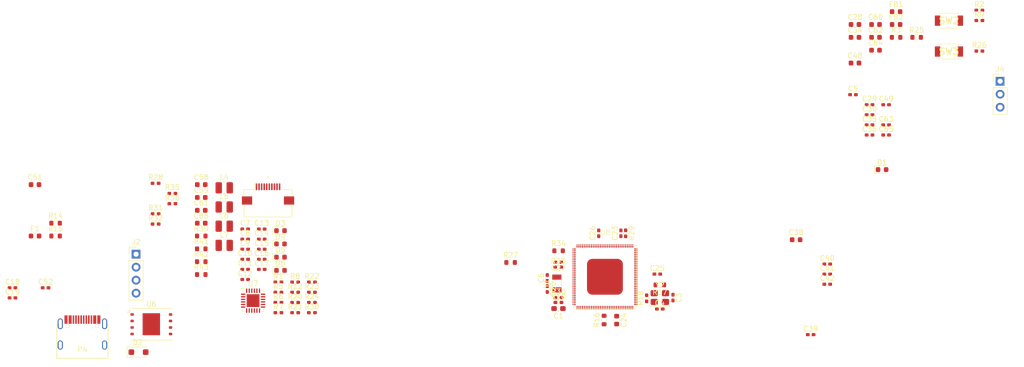
<source format=kicad_pcb>
(kicad_pcb (version 20241229) (generator "pcbnew") (generator_version "9.0")
  (layers (0 "F.Cu" signal) (2 "B.Cu" signal) (13 "F.Paste" user) (15 "B.Paste" user) (5 "F.SilkS" user "F.Silkscreen") (7 "B.SilkS" user "B.Silkscreen") (1 "F.Mask" user) (3 "B.Mask" user) (25 "Edge.Cuts" user))
  (net 0 "")
  (net 1 "Net-(U8A-CODEC_VCM)")
  (net 2 "GND")
  (net 3 "Net-(C3-Pad1)")
  (net 4 "/MCU/X24MIN")
  (net 5 "Net-(C5-Pad1)")
  (net 6 "/MCU/X32KOUT")
  (net 7 "/Buck_Converter/FB1")
  (net 8 "+3V3")
  (net 9 "+1V8")
  (net 10 "/Buck_Converter/FB2")
  (net 11 "/Buck_Converter/v_0.9v")
  (net 12 "/Buck_Converter/FB3")
  (net 13 "+5V")
  (net 14 "/Buck_Converter/VCC_DDR")
  (net 15 "/Buck_Converter/FB4")
  (net 16 "/MCU/USB_DET")
  (net 17 "/MCU/X32KIN")
  (net 18 "/MCU/VDD_ARM")
  (net 19 "/Buck_Converter/EN3")
  (net 20 "/Buck_Converter/EN2")
  (net 21 "/MCU/NPOR")
  (net 22 "/Buck_Converter/EN4")
  (net 23 "/MCU/VCC1V8_CODEC")
  (net 24 "/MCU/VCC1V8_OTP")
  (net 25 "/Buck_Converter/EN1")
  (net 26 "Net-(D1-A)")
  (net 27 "Net-(D2-A)")
  (net 28 "Net-(D3-A)")
  (net 29 "Net-(D4-A)")
  (net 30 "Net-(D5-A)")
  (net 31 "Net-(D6-A)")
  (net 32 "Net-(F1-Pad1)")
  (net 33 "/Buck_Converter/POGO_RX")
  (net 34 "/Buck_Converter/POGO_TX")
  (net 35 "/MCU/DEBUG_TX")
  (net 36 "/MCU/DEBUG_RX")
  (net 37 "/MCU/GPIO")
  (net 38 "/Buck_Converter/LX1")
  (net 39 "/Buck_Converter/LX2")
  (net 40 "/Buck_Converter/LX3")
  (net 41 "/Buck_Converter/LX4")
  (net 42 "/MCU/D-")
  (net 43 "Net-(P4-CC)")
  (net 44 "/MCU/D+")
  (net 45 "Net-(P4-VCONN)")
  (net 46 "/MCU/SZQ")
  (net 47 "/MCU/LED")
  (net 48 "Net-(U8A-SARADC_USB_AVDD1V8)")
  (net 49 "/MCU/FSPI_SCK")
  (net 50 "Net-(U8B-EMMC_CLK{slash}FSPI_CLK{slash}GPIO4_B1_D)")
  (net 51 "/MCU/X24MOUT")
  (net 52 "/MCU/RECOVERY")
  (net 53 "Net-(U8A-RTC_AVDD3V3)")
  (net 54 "Net-(U8D-ETH_AVDD3V3)")
  (net 55 "Net-(U8A-SARADC_IN0{slash}GPI4_C0_Z)")
  (net 56 "Net-(U8A-SDMMC0_DET{slash}GPIO3_A1_U)")
  (net 57 "/MCU/MCSI_MCLK")
  (net 58 "Net-(U8A-VI_CIF_CLKO_M0{slash}MIPI_CLK0_OUT{slash}GPIO3_C4_D)")
  (net 59 "/MCU/FSPI_D3")
  (net 60 "/MCU/FSPI_D2")
  (net 61 "/MCU/FSPI_CS0N")
  (net 62 "/MCU/FSPI_D0")
  (net 63 "/MCU/FSPI_D1")
  (net 68 "/MCU/MCSI_D0P")
  (net 69 "/MCU/WL_REG_ON")
  (net 70 "/MCU/MCSI_D1N")
  (net 71 "/MCU/BT_REG_ON")
  (net 75 "/MCU/Sound_En")
  (net 76 "/MCU/MIC+")
  (net 79 "/MCU/MICBIAS")
  (net 81 "/MCU/MCSI_CKP")
  (net 82 "/MCU/RTS_BT")
  (net 84 "/MCU/MCSI_D1P")
  (net 85 "/MCU/DAT1_SDIO")
  (net 87 "/MCU/DIN")
  (net 91 "/MCU/IR_SDA")
  (net 92 "/MCU/CSI_SCK")
  (net 94 "/MCU/MCSI_CKN")
  (net 98 "/MCU/BT_HOST_WAKE")
  (net 101 "/MCU/DAT0_SDIO")
  (net 103 "/MCU/MCSI_D0N")
  (net 104 "/MCU/MCSI_RST")
  (net 106 "/MCU/DIN_IR")
  (net 108 "/MCU/TX_BT")
  (net 112 "/MCU/DAT3_SDIO")
  (net 114 "/MCU/IR_SCL")
  (net 115 "/MCU/CMD_SDIO")
  (net 117 "/MCU/WT_HOST_WAKE")
  (net 121 "/MCU/CTS_BT")
  (net 123 "/MCU/MIC-")
  (net 124 "/MCU/CSI_SDA")
  (net 128 "/MCU/INT")
  (net 129 "/MCU/BT_WAKE")
  (net 132 "/MCU/RX_BT")
  (net 133 "/MCU/Lineout")
  (net 136 "/MCU/CLK_SDIO")
  (net 138 "/MCU/DAT2_SDIO")
  (footprint "Capacitor_SMD:C_0603_1608Metric" (layer "F.Cu") (at 127.6625 60.6)
    (property "Reference" "C59" (at 0 -1.43 0) (layer "F.SilkS"))
    (property "Value" "47uF")
    (pad "1" smd roundrect (at -0.775 0) (size 0.9 0.95) (layers "F.Cu" "F.Mask" "F.Paste") (net 20 "/Buck_Converter/EN2"))
    (pad "2" smd roundrect (at 0.775 0) (size 0.9 0.95) (layers "F.Cu" "F.Mask" "F.Paste") (net 2 "GND"))
  )
  (footprint "Capacitor_SMD:C_0402_1005Metric_Pad0.74x0.62mm_HandSolder" (layer "F.Cu") (at 136.2325 68.74)
    (property "Reference" "C8" (at 0 -1.16 0) (layer "F.SilkS"))
    (property "Value" "22uf")
    (pad "1" smd roundrect (at -0.5675 0) (size 0.735 0.62) (layers "F.Cu" "F.Mask" "F.Paste") (net 8 "+3V3"))
    (pad "2" smd roundrect (at 0.5675 0) (size 0.735 0.62) (layers "F.Cu" "F.Mask" "F.Paste") (net 2 "GND"))
  )
  (footprint "Resistor_SMD:R_0603_1608Metric" (layer "F.Cu") (at 188.025 73.3)
    (property "Reference" "R27" (at 0 -1.43 0) (layer "F.SilkS"))
    (property "Value" "100")
    (pad "1" smd roundrect (at -0.825 0) (size 0.8 0.95) (layers "F.Cu" "F.Mask" "F.Paste") (net 8 "+3V3"))
    (pad "2" smd roundrect (at 0.825 0) (size 0.8 0.95) (layers "F.Cu" "F.Mask" "F.Paste") (net 53 "Net-(U8A-RTC_AVDD3V3)"))
  )
  (footprint "Capacitor_SMD:C_0603_1608Metric" (layer "F.Cu") (at 243.7425 68.86)
    (property "Reference" "C38" (at 0 -1.43 0) (layer "F.SilkS"))
    (property "Value" "10uF")
    (pad "1" smd roundrect (at -0.775 0) (size 0.9 0.95) (layers "F.Cu" "F.Mask" "F.Paste") (net 8 "+3V3"))
    (pad "2" smd roundrect (at 0.775 0) (size 0.9 0.95) (layers "F.Cu" "F.Mask" "F.Paste") (net 2 "GND"))
  )
  (footprint "Resistor_SMD:R_0402_1005Metric_Pad0.72x0.64mm_HandSolder" (layer "F.Cu") (at 149.2525 77.14)
    (property "Reference" "R22" (at 0 -1.17 0) (layer "F.SilkS"))
    (property "Value" "100K")
    (pad "1" smd roundrect (at -0.5975 0) (size 0.715 0.64) (layers "F.Cu" "F.Mask" "F.Paste") (net 20 "/Buck_Converter/EN2"))
    (pad "2" smd roundrect (at 0.5975 0) (size 0.715 0.64) (layers "F.Cu" "F.Mask" "F.Paste") (net 13 "+5V"))
  )
  (footprint "Capacitor_SMD:C_0603_1608Metric_Pad1.08x0.95mm_HandSolder" (layer "F.Cu") (at 197.37 82.31 180)
    (property "Reference" "C1" (at 0 -1.43 0) (layer "F.SilkS"))
    (property "Value" "4.7uf")
    (pad "1" smd roundrect (at -0.8625 0 180) (size 1.075 0.95) (layers "F.Cu" "F.Mask" "F.Paste") (net 1 "Net-(U8A-CODEC_VCM)"))
    (pad "2" smd roundrect (at 0.8625 0 180) (size 1.075 0.95) (layers "F.Cu" "F.Mask" "F.Paste") (net 2 "GND"))
  )
  (footprint "Capacitor_SMD:C_0402_1005Metric_Pad0.74x0.62mm_HandSolder" (layer "F.Cu") (at 261.3 48.39)
    (property "Reference" "C65" (at 0 -1.16 0) (layer "F.SilkS"))
    (property "Value" "100nF")
    (pad "1" smd roundrect (at -0.5675 0) (size 0.735 0.62) (layers "F.Cu" "F.Mask" "F.Paste") (net 24 "/MCU/VCC1V8_OTP"))
    (pad "2" smd roundrect (at 0.5675 0) (size 0.735 0.62) (layers "F.Cu" "F.Mask" "F.Paste") (net 2 "GND"))
  )
  (footprint "Resistor_SMD:R_0603_1608Metric" (layer "F.Cu") (at 217.15 77.68 180)
    (property "Reference" "R17" (at 0 -1.43 0) (layer "F.SilkS"))
    (property "Value" "22")
    (pad "1" smd roundrect (at -0.825 0 180) (size 0.8 0.95) (layers "F.Cu" "F.Mask" "F.Paste") (net 3 "Net-(C3-Pad1)"))
    (pad "2" smd roundrect (at 0.825 0 180) (size 0.8 0.95) (layers "F.Cu" "F.Mask" "F.Paste") (net 51 "/MCU/X24MOUT"))
  )
  (footprint "Capacitor_SMD:C_0402_1005Metric_Pad0.74x0.62mm_HandSolder" (layer "F.Cu") (at 209.55 67.6 90)
    (property "Reference" "C23" (at 0 -1.16 90) (layer "F.SilkS"))
    (property "Value" "100nF")
    (pad "1" smd roundrect (at -0.5675 0 90) (size 0.735 0.62) (layers "F.Cu" "F.Mask" "F.Paste") (net 11 "/Buck_Converter/v_0.9v"))
    (pad "2" smd roundrect (at 0.5675 0 90) (size 0.735 0.62) (layers "F.Cu" "F.Mask" "F.Paste") (net 2 "GND"))
  )
  (footprint "Capacitor_SMD:C_0402_1005Metric_Pad0.74x0.62mm_HandSolder" (layer "F.Cu") (at 195.18 78.5025 -90)
    (property "Reference" "C20" (at 0 -1.16 90) (layer "F.SilkS"))
    (property "Value" "18pF")
    (pad "1" smd roundrect (at -0.5675 0 270) (size 0.735 0.62) (layers "F.Cu" "F.Mask" "F.Paste") (net 17 "/MCU/X32KIN"))
    (pad "2" smd roundrect (at 0.5675 0 270) (size 0.735 0.62) (layers "F.Cu" "F.Mask" "F.Paste") (net 2 "GND"))
  )
  (footprint "Resistor_SMD:R_0402_1005Metric_Pad0.72x0.64mm_HandSolder" (layer "F.Cu") (at 118.7525 63.8)
    (property "Reference" "R31" (at 0 -1.17 0) (layer "F.SilkS"))
    (property "Value" "10K")
    (pad "1" smd roundrect (at -0.5975 0) (size 0.715 0.64) (layers "F.Cu" "F.Mask" "F.Paste") (net 16 "/MCU/USB_DET"))
    (pad "2" smd roundrect (at 0.5975 0) (size 0.715 0.64) (layers "F.Cu" "F.Mask" "F.Paste") (net 27 "Net-(D2-A)"))
  )
  (footprint "Resistor_SMD:R_0603_1608Metric" (layer "F.Cu") (at 267.26 29.31)
    (property "Reference" "R25" (at 0 -1.43 0) (layer "F.SilkS"))
    (property "Value" "100")
    (pad "1" smd roundrect (at -0.825 0) (size 0.8 0.95) (layers "F.Cu" "F.Mask" "F.Paste") (net 5 "Net-(C5-Pad1)"))
    (pad "2" smd roundrect (at 0.825 0) (size 0.8 0.95) (layers "F.Cu" "F.Mask" "F.Paste") (net 52 "/MCU/RECOVERY"))
  )
  (footprint "LED_SMD:LED_0603_1608Metric" (layer "F.Cu") (at 143.1225 72.26)
    (property "Reference" "D5" (at 0 -1.43 0) (layer "F.SilkS"))
    (property "Value" "LED")
    (pad "1" smd roundrect (at -0.7875 0) (size 0.875 0.95) (layers "F.Cu" "F.Mask" "F.Paste") (net 2 "GND"))
    (pad "2" smd roundrect (at 0.7875 0) (size 0.875 0.95) (layers "F.Cu" "F.Mask" "F.Paste") (net 30 "Net-(D5-A)"))
  )
  (footprint "Capacitor_SMD:C_0402_1005Metric_Pad0.74x0.62mm_HandSolder" (layer "F.Cu") (at 261.3 46.42)
    (property "Reference" "C63" (at 0 -1.16 0) (layer "F.SilkS"))
    (property "Value" "100nF")
    (pad "1" smd roundrect (at -0.5675 0) (size 0.735 0.62) (layers "F.Cu" "F.Mask" "F.Paste") (net 23 "/MCU/VCC1V8_CODEC"))
    (pad "2" smd roundrect (at 0.5675 0) (size 0.735 0.62) (layers "F.Cu" "F.Mask" "F.Paste") (net 2 "GND"))
  )
  (footprint "Capacitor_SMD:C_0402_1005Metric_Pad0.74x0.62mm_HandSolder" (layer "F.Cu") (at 136.2325 72.68)
    (property "Reference" "C10" (at 0 -1.16 0) (layer "F.SilkS"))
    (property "Value" "22uf")
    (pad "1" smd roundrect (at -0.5675 0) (size 0.735 0.62) (layers "F.Cu" "F.Mask" "F.Paste") (net 9 "+1V8"))
    (pad "2" smd roundrect (at 0.5675 0) (size 0.735 0.62) (layers "F.Cu" "F.Mask" "F.Paste") (net 2 "GND"))
  )
  (footprint "Footprints:TS1088R02026" (layer "F.Cu") (at 273.565 26.05)
    (property "Reference" "SW2" (at 0 0 0) (layer "F.SilkS") (effects (font (size 1.27 1.27) (thickness 0.254))))
    (property "Value" "SW_Push" (hide yes))
    (pad "1" smd rect (at -2.225 0) (size 1.05 2) (layers "F.Cu" "F.Mask" "F.Paste") (net 2 "GND"))
    (pad "2" smd rect (at 2.225 0) (size 1.05 2) (layers "F.Cu" "F.Mask" "F.Paste") (net 21 "/MCU/NPOR"))
  )
  (footprint "Footprints:RV1106G3" (layer "F.Cu") (at 206.435 76.095)
    (property "Reference" "U8" (at 0.1 -8.675 0) (layer "F.SilkS") (effects (font (thickness 0.1))))
    (property "Value" "~")
    (pad "1" smd roundrect (at -6.025 -5.425) (size 0.665 0.196) (layers "F.Cu" "F.Mask" "F.Paste") (roundrect_rratio 0.15) (net 9 "+1V8"))
    (pad "2" smd roundrect (at -6.025 -5.075) (size 0.665 0.196) (layers "F.Cu" "F.Mask" "F.Paste") (roundrect_rratio 0.15) (net 58 "Net-(U8A-VI_CIF_CLKO_M0{slash}MIPI_CLK0_OUT{slash}GPIO3_C4_D)"))
    (pad "3" smd roundrect (at -6.025 -4.725) (size 0.665 0.196) (layers "F.Cu" "F.Mask" "F.Paste") (roundrect_rratio 0.15) (net 104 "/MCU/MCSI_RST"))
    (pad "4" smd roundrect (at -6.025 -4.375) (size 0.665 0.196) (layers "F.Cu" "F.Mask" "F.Paste") (roundrect_rratio 0.15) (net 47 "/MCU/LED"))
    (pad "5" smd roundrect (at -6.025 -4.025) (size 0.665 0.196) (layers "F.Cu" "F.Mask" "F.Paste") (roundrect_rratio 0.15) (net 92 "/MCU/CSI_SCK"))
    (pad "6" smd roundrect (at -6.025 -3.675) (size 0.665 0.196) (layers "F.Cu" "F.Mask" "F.Paste") (roundrect_rratio 0.15))
    (pad "7" smd roundrect (at -6.025 -3.325) (size 0.665 0.196) (layers "F.Cu" "F.Mask" "F.Paste") (roundrect_rratio 0.15) (net 124 "/MCU/CSI_SDA"))
    (pad "8" smd roundrect (at -6.025 -2.975) (size 0.665 0.196) (layers "F.Cu" "F.Mask" "F.Paste") (roundrect_rratio 0.15))
    (pad "9" smd roundrect (at -6.025 -2.625) (size 0.665 0.196) (layers "F.Cu" "F.Mask" "F.Paste") (roundrect_rratio 0.15))
    (pad "10" smd roundrect (at -6.025 -2.275) (size 0.665 0.196) (layers "F.Cu" "F.Mask" "F.Paste") (roundrect_rratio 0.15) (net 11 "/Buck_Converter/v_0.9v"))
    (pad "11" smd roundrect (at -6.025 -1.925) (size 0.665 0.196) (layers "F.Cu" "F.Mask" "F.Paste") (roundrect_rratio 0.15) (net 56 "Net-(U8A-SDMMC0_DET{slash}GPIO3_A1_U)"))
    (pad "12" smd roundrect (at -6.025 -1.575) (size 0.665 0.196) (layers "F.Cu" "F.Mask" "F.Paste") (roundrect_rratio 0.15) (net 85 "/MCU/DAT1_SDIO"))
    (pad "13" smd roundrect (at -6.025 -1.225) (size 0.665 0.196) (layers "F.Cu" "F.Mask" "F.Paste") (roundrect_rratio 0.15) (net 8 "+3V3"))
    (pad "14" smd roundrect (at -6.025 -0.875) (size 0.665 0.196) (layers "F.Cu" "F.Mask" "F.Paste") (roundrect_rratio 0.15) (net 101 "/MCU/DAT0_SDIO"))
    (pad "15" smd roundrect (at -6.025 -0.525) (size 0.665 0.196) (layers "F.Cu" "F.Mask" "F.Paste") (roundrect_rratio 0.15) (net 136 "/MCU/CLK_SDIO"))
    (pad "16" smd roundrect (at -6.025 -0.175) (size 0.665 0.196) (layers "F.Cu" "F.Mask" "F.Paste") (roundrect_rratio 0.15) (net 115 "/MCU/CMD_SDIO"))
    (pad "17" smd roundrect (at -6.025 0.175) (size 0.665 0.196) (layers "F.Cu" "F.Mask" "F.Paste") (roundrect_rratio 0.15) (net 112 "/MCU/DAT3_SDIO"))
    (pad "18" smd roundrect (at -6.025 0.525) (size 0.665 0.196) (layers "F.Cu" "F.Mask" "F.Paste") (roundrect_rratio 0.15) (net 138 "/MCU/DAT2_SDIO"))
    (pad "19" smd roundrect (at -6.025 0.875) (size 0.665 0.196) (layers "F.Cu" "F.Mask" "F.Paste") (roundrect_rratio 0.15) (net 53 "Net-(U8A-RTC_AVDD3V3)"))
    (pad "20" smd roundrect (at -6.025 1.225) (size 0.665 0.196) (layers "F.Cu" "F.Mask" "F.Paste") (roundrect_rratio 0.15) (net 6 "/MCU/X32KOUT"))
    (pad "21" smd roundrect (at -6.025 1.575) (size 0.665 0.196) (layers "F.Cu" "F.Mask" "F.Paste") (roundrect_rratio 0.15) (net 17 "/MCU/X32KIN"))
    (pad "22" smd roundrect (at -6.025 1.925) (size 0.665 0.196) (layers "F.Cu" "F.Mask" "F.Paste") (roundrect_rratio 0.15))
    (pad "23" smd roundrect (at -6.025 2.275) (size 0.665 0.196) (layers "F.Cu" "F.Mask" "F.Paste") (roundrect_rratio 0.15) (net 55 "Net-(U8A-SARADC_IN0{slash}GPI4_C0_Z)"))
    (pad "24" smd roundrect (at -6.025 2.625) (size 0.665 0.196) (layers "F.Cu" "F.Mask" "F.Paste") (roundrect_rratio 0.15) (net 48 "Net-(U8A-SARADC_USB_AVDD1V8)"))
    (pad "25" smd roundrect (at -6.025 2.975) (size 0.665 0.196) (layers "F.Cu" "F.Mask" "F.Paste") (roundrect_rratio 0.15) (net 16 "/MCU/USB_DET"))
    (pad "26" smd roundrect (at -6.025 3.325) (size 0.665 0.196) (layers "F.Cu" "F.Mask" "F.Paste") (roundrect_rratio 0.15) (net 42 "/MCU/D-"))
    (pad "27" smd roundrect (at -6.025 3.675) (size 0.665 0.196) (layers "F.Cu" "F.Mask" "F.Paste") (roundrect_rratio 0.15) (net 44 "/MCU/D+"))
    (pad "28" smd roundrect (at -6.025 4.025) (size 0.665 0.196) (layers "F.Cu" "F.Mask" "F.Paste") (roundrect_rratio 0.15) (net 8 "+3V3"))
    (pad "29" smd roundrect (at -6.025 4.375) (size 0.665 0.196) (layers "F.Cu" "F.Mask" "F.Paste") (roundrect_rratio 0.15) (net 133 "/MCU/Lineout"))
    (pad "30" smd roundrect (at -6.025 4.725) (size 0.665 0.196) (layers "F.Cu" "F.Mask" "F.Paste") (roundrect_rratio 0.15) (net 1 "Net-(U8A-CODEC_VCM)"))
    (pad "31" smd roundrect (at -6.025 5.075) (size 0.665 0.196) (layers "F.Cu" "F.Mask" "F.Paste") (roundrect_rratio 0.15) (net 23 "/MCU/VCC1V8_CODEC"))
    (pad "32" smd roundrect (at -6.025 5.425) (size 0.665 0.196) (layers "F.Cu" "F.Mask" "F.Paste") (roundrect_rratio 0.15) (net 79 "/MCU/MICBIAS"))
    (pad "33" smd roundrect (at -5.425 6.025 90) (size 0.665 0.196) (layers "F.Cu" "F.Mask" "F.Paste") (roundrect_rratio 0.15) (net 123 "/MCU/MIC-"))
    (pad "34" smd roundrect (at -5.075 6.025 90) (size 0.665 0.196) (layers "F.Cu" "F.Mask" "F.Paste") (roundrect_rratio 0.15) (net 76 "/MCU/MIC+"))
    (pad "35" smd roundrect (at -4.725 6.025 90) (size 0.665 0.196) (layers "F.Cu" "F.Mask" "F.Paste") (roundrect_rratio 0.15))
    (pad "36" smd roundrect (at -4.375 6.025 90) (size 0.665 0.196) (layers "F.Cu" "F.Mask" "F.Paste") (roundrect_rratio 0.15))
    (pad "37" smd roundrect (at -4.025 6.025 90) (size 0.665 0.196) (layers "F.Cu" "F.Mask" "F.Paste") (roundrect_rratio 0.15) (net 2 "GND"))
    (pad "38" smd roundrect (at -3.675 6.025 90) (size 0.665 0.196) (layers "F.Cu" "F.Mask" "F.Paste") (roundrect_rratio 0.15))
    (pad "39" smd roundrect (at -3.325 6.025 90) (size 0.665 0.196) (layers "F.Cu" "F.Mask" "F.Paste") (roundrect_rratio 0.15) (net 59 "/MCU/FSPI_D3"))
    (pad "40" smd roundrect (at -2.975 6.025 90) (size 0.665 0.196) (layers "F.Cu" "F.Mask" "F.Paste") (roundrect_rratio 0.15))
    (pad "41" smd roundrect (at -2.625 6.025 90) (size 0.665 0.196) (layers "F.Cu" "F.Mask" "F.Paste") (roundrect_rratio 0.15) (net 62 "/MCU/FSPI_D0"))
    (pad "42" smd roundrect (at -2.275 6.025 90) (size 0.665 0.196) (layers "F.Cu" "F.Mask" "F.Paste") (roundrect_rratio 0.15) (net 63 "/MCU/FSPI_D1"))
    (pad "43" smd roundrect (at -1.925 6.025 90) (size 0.665 0.196) (layers "F.Cu" "F.Mask" "F.Paste") (roundrect_rratio 0.15) (net 8 "+3V3"))
    (pad "44" smd roundrect (at -1.575 6.025 90) (size 0.665 0.196) (layers "F.Cu" "F.Mask" "F.Paste") (roundrect_rratio 0.15) (net 60 "/MCU/FSPI_D2"))
    (pad "45" smd roundrect (at -1.225 6.025 90) (size 0.665 0.196) (layers "F.Cu" "F.Mask" "F.Paste") (roundrect_rratio 0.15) (net 87 "/MCU/DIN"))
    (pad "46" smd roundrect (at -0.875 6.025 90) (size 0.665 0.196) (layers "F.Cu" "F.Mask" "F.Paste") (roundrect_rratio 0.15))
    (pad "47" smd roundrect (at -0.525 6.025 90) (size 0.665 0.196) (layers "F.Cu" "F.Mask" "F.Paste") (roundrect_rratio 0.15) (net 61 "/MCU/FSPI_CS0N"))
    (pad "48" smd roundrect (at -0.175 6.025 90) (size 0.665 0.196) (layers "F.Cu" "F.Mask" "F.Paste") (roundrect_rratio 0.15) (net 50 "Net-(U8B-EMMC_CLK{slash}FSPI_CLK{slash}GPIO4_B1_D)"))
    (pad "49" smd roundrect (at 0.175 6.025 90) (size 0.665 0.196) (layers "F.Cu" "F.Mask" "F.Paste") (roundrect_rratio 0.15) (net 14 "/Buck_Converter/VCC_DDR"))
    (pad "50" smd roundrect (at 0.525 6.025 90) (size 0.665 0.196) (layers "F.Cu" "F.Mask" "F.Paste") (roundrect_rratio 0.15) (net 14 "/Buck_Converter/VCC_DDR"))
    (pad "51" smd roundrect (at 0.875 6.025 90) (size 0.665 0.196) (layers "F.Cu" "F.Mask" "F.Paste") (roundrect_rratio 0.15) (net 11 "/Buck_Converter/v_0.9v"))
    (pad "52" smd roundrect (at 1.225 6.025 90) (size 0.665 0.196) (layers "F.Cu" "F.Mask" "F.Paste") (roundrect_rratio 0.15) (net 46 "/MCU/SZQ"))
    (pad "53" smd roundrect (at 1.575 6.025 90) (size 0.665 0.196) (layers "F.Cu" "F.Mask" "F.Paste") (roundrect_rratio 0.15) (net 9 "+1V8"))
    (pad "54" smd roundrect (at 1.925 6.025 90) (size 0.665 0.196) (layers "F.Cu" "F.Mask" "F.Paste") (roundrect_rratio 0.15) (net 11 "/Buck_Converter/v_0.9v"))
    (pad "55" smd roundrect (at 2.275 6.025 90) (size 0.665 0.196) (layers "F.Cu" "F.Mask" "F.Paste") (roundrect_rratio 0.15) (net 11 "/Buck_Converter/v_0.9v"))
    (pad "56" smd roundrect (at 2.625 6.025 90) (size 0.665 0.196) (layers "F.Cu" "F.Mask" "F.Paste") (roundrect_rratio 0.15) (net 14 "/Buck_Converter/VCC_DDR"))
    (pad "57" smd roundrect (at 2.975 6.025 90) (size 0.665 0.196) (layers "F.Cu" "F.Mask" "F.Paste") (roundrect_rratio 0.15) (net 2 "GND"))
    (pad "58" smd roundrect (at 3.325 6.025 90) (size 0.665 0.196) (layers "F.Cu" "F.Mask" "F.Paste") (roundrect_rratio 0.15) (net 34 "/Buck_Converter/POGO_TX"))
    (pad "59" smd roundrect (at 3.675 6.025 90) (size 0.665 0.196) (layers "F.Cu" "F.Mask" "F.Paste") (roundrect_rratio 0.15) (net 33 "/Buck_Converter/POGO_RX"))
    (pad "60" smd roundrect (at 4.025 6.025 90) (size 0.665 0.196) (layers "F.Cu" "F.Mask" "F.Paste") (roundrect_rratio 0.15) (net 129 "/MCU/BT_WAKE"))
    (pad "61" smd roundrect (at 4.375 6.025 90) (size 0.665 0.196) (layers "F.Cu" "F.Mask" "F.Paste") (roundrect_rratio 0.15) (net 8 "+3V3"))
    (pad "62" smd roundrect (at 4.725 6.025 90) (size 0.665 0.196) (layers "F.Cu" "F.Mask" "F.Paste") (roundrect_rratio 0.15))
    (pad "63" smd roundrect (at 5.075 6.025 90) (size 0.665 0.196) (layers "F.Cu" "F.Mask" "F.Paste") (roundrect_rratio 0.15) (net 128 "/MCU/INT"))
    (pad "64" smd roundrect (at 5.425 6.025 90) (size 0.665 0.196) (layers "F.Cu" "F.Mask" "F.Paste") (roundrect_rratio 0.15) (net 121 "/MCU/CTS_BT"))
    (pad "65" smd roundrect (at 6.025 5.425) (size 0.665 0.196) (layers "F.Cu" "F.Mask" "F.Paste") (roundrect_rratio 0.15) (net 82 "/MCU/RTS_BT"))
    (pad "66" smd roundrect (at 6.025 5.075) (size 0.665 0.196) (layers "F.Cu" "F.Mask" "F.Paste") (roundrect_rratio 0.15) (net 21 "/MCU/NPOR"))
    (pad "67" smd roundrect (at 6.025 4.725) (size 0.665 0.196) (layers "F.Cu" "F.Mask" "F.Paste") (roundrect_rratio 0.15) (net 11 "/Buck_Converter/v_0.9v"))
    (pad "68" smd roundrect (at 6.025 4.375) (size 0.665 0.196) (layers "F.Cu" "F.Mask" "F.Paste") (roundrect_rratio 0.15) (net 4 "/MCU/X24MIN"))
    (pad "69" smd roundrect (at 6.025 4.025) (size 0.665 0.196) (layers "F.Cu" "F.Mask" "F.Paste") (roundrect_rratio 0.15) (net 51 "/MCU/X24MOUT"))
    (pad "70" smd roundrect (at 6.025 3.675) (size 0.665 0.196) (layers "F.Cu" "F.Mask" "F.Paste") (roundrect_rratio 0.15) (net 9 "+1V8"))
    (pad "71" smd roundrect (at 6.025 3.325) (size 0.665 0.196) (layers "F.Cu" "F.Mask" "F.Paste") (roundrect_rratio 0.15) (net 11 "/Buck_Converter/v_0.9v"))
    (pad "72" smd roundrect (at 6.025 2.975) (size 0.665 0.196) (layers "F.Cu" "F.Mask" "F.Paste") (roundrect_rratio 0.15) (net 114 "/MCU/IR_SCL"))
    (pad "73" smd roundrect (at 6.025 2.625) (size 0.665 0.196) (layers "F.Cu" "F.Mask" "F.Paste") (roundrect_rratio 0.15) (net 91 "/MCU/IR_SDA"))
    (pad "74" smd roundrect (at 6.025 2.275) (size 0.665 0.196) (layers "F.Cu" "F.Mask" "F.Paste") (roundrect_rratio 0.15) (net 69 "/MCU/WL_REG_ON"))
    (pad "75" smd roundrect (at 6.025 1.925) (size 0.665 0.196) (layers "F.Cu" "F.Mask" "F.Paste") (roundrect_rratio 0.15) (net 108 "/MCU/TX_BT"))
    (pad "76" smd roundrect (at 6.025 1.575) (size 0.665 0.196) (layers "F.Cu" "F.Mask" "F.Paste") (roundrect_rratio 0.15) (net 132 "/MCU/RX_BT"))
    (pad "77" smd roundrect (at 6.025 1.225) (size 0.665 0.196) (layers "F.Cu" "F.Mask" "F.Paste") (roundrect_rratio 0.15))
    (pad "78" smd roundrect (at 6.025 0.875) (size 0.665 0.196) (layers "F.Cu" "F.Mask" "F.Paste") (roundrect_rratio 0.15) (net 71 "/MCU/BT_REG_ON"))
    (pad "79" smd roundrect (at 6.025 0.525) (size 0.665 0.196) (layers "F.Cu" "F.Mask" "F.Paste") (roundrect_rratio 0.15) (net 35 "/MCU/DEBUG_TX"))
    (pad "80" smd roundrect (at 6.025 0.175) (size 0.665 0.196) (layers "F.Cu" "F.Mask" "F.Paste") (roundrect_rratio 0.15) (net 36 "/MCU/DEBUG_RX"))
    (pad "81" smd roundrect (at 6.025 -0.175) (size 0.665 0.196) (layers "F.Cu" "F.Mask" "F.Paste") (roundrect_rratio 0.15) (net 8 "+3V3"))
    (pad "82" smd roundrect (at 6.025 -0.525) (size 0.665 0.196) (layers "F.Cu" "F.Mask" "F.Paste") (roundrect_rratio 0.15) (net 11 "/Buck_Converter/v_0.9v"))
    (pad "83" smd roundrect (at 6.025 -0.875) (size 0.665 0.196) (layers "F.Cu" "F.Mask" "F.Paste") (roundrect_rratio 0.15))
    (pad "84" smd roundrect (at 6.025 -1.225) (size 0.665 0.196) (layers "F.Cu" "F.Mask" "F.Paste") (roundrect_rratio 0.15))
    (pad "85" smd roundrect (at 6.025 -1.575) (size 0.665 0.196) (layers "F.Cu" "F.Mask" "F.Paste") (roundrect_rratio 0.15) (net 75 "/MCU/Sound_En"))
    (pad "86" smd roundrect (at 6.025 -1.925) (size 0.665 0.196) (layers "F.Cu" "F.Mask" "F.Paste") (roundrect_rratio 0.15))
    (pad "87" smd roundrect (at 6.025 -2.275) (size 0.665 0.196) (layers "F.Cu" "F.Mask" "F.Paste") (roundrect_rratio 0.15))
    (pad "88" smd roundrect (at 6.025 -2.625) (size 0.665 0.196) (layers "F.Cu" "F.Mask" "F.Paste") (roundrect_rratio 0.15) (net 8 "+3V3"))
    (pad "89" smd roundrect (at 6.025 -2.975) (size 0.665 0.196) (layers "F.Cu" "F.Mask" "F.Paste") (roundrect_rratio 0.15))
    (pad "90" smd roundrect (at 6.025 -3.325) (size 0.665 0.196) (layers "F.Cu" "F.Mask" "F.Paste") (roundrect_rratio 0.15))
    (pad "91" smd roundrect (at 6.025 -3.675) (size 0.665 0.196) (layers "F.Cu" "F.Mask" "F.Paste") (roundrect_rratio 0.15))
    (pad "92" smd roundrect (at 6.025 -4.025) (size 0.665 0.196) (layers "F.Cu" "F.Mask" "F.Paste") (roundrect_rratio 0.15))
    (pad "93" smd roundrect (at 6.025 -4.375) (size 0.665 0.196) (layers "F.Cu" "F.Mask" "F.Paste") (roundrect_rratio 0.15) (net 106 "/MCU/DIN_IR"))
    (pad "94" smd roundrect (at 6.025 -4.725) (size 0.665 0.196) (layers "F.Cu" "F.Mask" "F.Paste") (roundrect_rratio 0.15))
    (pad "95" smd roundrect (at 6.025 -5.075) (size 0.665 0.196) (layers "F.Cu" "F.Mask" "F.Paste") (roundrect_rratio 0.15))
    (pad "96" smd roundrect (at 6.025 -5.425) (size 0.665 0.196) (layers "F.Cu" "F.Mask" "F.Paste") (roundrect_rratio 0.15) (net 24 "/MCU/VCC1V8_OTP"))
    (pad "97" smd roundrect (at 5.425 -6.025 90) (size 0.665 0.196) (layers "F.Cu" "F.Mask" "F.Paste") (roundrect_rratio 0.15))
    (pad "98" smd roundrect (at 5.075 -6.025 90) (size 0.665 0.196) (layers "F.Cu" "F.Mask" "F.Paste") (roundrect_rratio 0.15))
    (pad "99" smd roundrect (at 4.725 -6.025 90) (size 0.665 0.196) (layers "F.Cu" "F.Mask" "F.Paste") (roundrect_rratio 0.15))
    (pad "100" smd roundrect (at 4.375 -6.025 90) (size 0.665 0.196) (layers "F.Cu" "F.Mask" "F.Paste") (roundrect_rratio 0.15))
    (pad "101" smd roundrect (at 4.025 -6.025 90) (size 0.665 0.196) (layers "F.Cu" "F.Mask" "F.Paste") (roundrect_rratio 0.15) (net 54 "Net-(U8D-ETH_AVDD3V3)"))
    (pad "102" smd roundrect (at 3.675 -6.025 90) (size 0.665 0.196) (layers "F.Cu" "F.Mask" "F.Paste") (roundrect_rratio 0.15))
    (pad "103" smd roundrect (at 3.325 -6.025 90) (size 0.665 0.196) (layers "F.Cu" "F.Mask" "F.Paste") (roundrect_rratio 0.15) (net 11 "/Buck_Converter/v_0.9v"))
    (pad "104" smd roundrect (at 2.975 -6.025 90) (size 0.665 0.196) (layers "F.Cu" "F.Mask" "F.Paste") (roundrect_rratio 0.15))
    (pad "105" smd roundrect (at 2.625 -6.025 90) (size 0.665 0.196) (layers "F.Cu" "F.Mask" "F.Paste") (roundrect_rratio 0.15))
    (pad "106" smd roundrect (at 2.275 -6.025 90) (size 0.665 0.196) (layers "F.Cu" "F.Mask" "F.Paste") (roundrect_rratio 0.15))
    (pad "107" smd roundrect (at 1.925 -6.025 90) (size 0.665 0.196) (layers "F.Cu" "F.Mask" "F.Paste") (roundrect_rratio 0.15))
    (pad "108" smd roundrect (at 1.575 -6.025 90) (size 0.665 0.196) (layers "F.Cu" "F.Mask" "F.Paste") (roundrect_rratio 0.15) (net 8 "+3V3"))
    (pad "109" smd roundrect (at 1.225 -6.025 90) (size 0.665 0.196) (layers "F.Cu" "F.Mask" "F.Paste") (roundrect_rratio 0.15))
    (pad "110" smd roundrect (at 0.875 -6.025 90) (size 0.665 0.196) (layers "F.Cu" "F.Mask" "F.Paste") (roundrect_rratio 0.15))
    (pad "111" smd roundrect (at 0.525 -6.025 90) (size 0.665 0.196) (layers "F.Cu" "F.Mask" "F.Paste") (roundrect_rratio 0.15))
    (pad "112" smd roundrect (at 0.175 -6.025 90) (size 0.665 0.196) (layers "F.Cu" "F.Mask" "F.Paste") (roundrect_rratio 0.15) (net 37 "/MCU/GPIO"))
    (pad "113" smd roundrect (at -0.175 -6.025 90) (size 0.665 0.196) (layers "F.Cu" "F.Mask" "F.Paste") (roundrect_rratio 0.15))
    (pad "114" smd roundrect (at -0.525 -6.025 90) (size 0.665 0.196) (layers "F.Cu" "F.Mask" "F.Paste") (roundrect_rratio 0.15))
    (pad "115" smd roundrect (at -0.875 -6.025 90) (size 0.665 0.196) (layers "F.Cu" "F.Mask" "F.Paste") (roundrect_rratio 0.15) (net 18 "/MCU/VDD_ARM"))
    (pad "116" smd roundrect (at -1.225 -6.025 90) (size 0.665 0.196) (layers "F.Cu" "F.Mask" "F.Paste") (roundrect_rratio 0.15) (net 11 "/Buck_Converter/v_0.9v"))
    (pad "117" smd roundrect (at -1.575 -6.025 90) (size 0.665 0.196) (layers "F.Cu" "F.Mask" "F.Paste") (roundrect_rratio 0.15) (net 98 "/MCU/BT_HOST_WAKE"))
    (pad "118" smd roundrect (at -1.925 -6.025 90) (size 0.665 0.196) (layers "F.Cu" "F.Mask" "F.Paste") (roundrect_rratio 0.15) (net 117 "/MCU/WT_HOST_WAKE"))
    (pad "119" smd roundrect (at -2.275 -6.025 90) (size 0.665 0.196) (layers "F.Cu" "F.Mask" "F.Paste") (roundrect_rratio 0.15))
    (pad "120" smd roundrect (at -2.625 -6.025 90) (size 0.665 0.196) (layers "F.Cu" "F.Mask" "F.Paste") (roundrect_rratio 0.15))
    (pad "121" smd roundrect (at -2.975 -6.025 90) (size 0.665 0.196) (layers "F.Cu" "F.Mask" "F.Paste") (roundrect_rratio 0.15))
    (pad "122" smd roundrect (at -3.325 -6.025 90) (size 0.665 0.196) (layers "F.Cu" "F.Mask" "F.Paste") (roundrect_rratio 0.15))
    (pad "123" smd roundrect (at -3.675 -6.025 90) (size 0.665 0.196) (layers "F.Cu" "F.Mask" "F.Paste") (roundrect_rratio 0.15) (net 70 "/MCU/MCSI_D1N"))
    (pad "124" smd roundrect (at -4.025 -6.025 90) (size 0.665 0.196) (layers "F.Cu" "F.Mask" "F.Paste") (roundrect_rratio 0.15) (net 84 "/MCU/MCSI_D1P"))
    (pad "125" smd roundrect (at -4.375 -6.025 90) (size 0.665 0.196) (layers "F.Cu" "F.Mask" "F.Paste") (roundrect_rratio 0.15) (net 94 "/MCU/MCSI_CKN"))
    (pad "126" smd roundrect (at -4.725 -6.025 90) (size 0.665 0.196) (layers "F.Cu" "F.Mask" "F.Paste") (roundrect_rratio 0.15) (net 81 "/MCU/MCSI_CKP"))
    (pad "127" smd roundrect (at -5.075 -6.025 90) (size 0.665 0.196) (layers "F.Cu" "F.Mask" "F.Paste") (roundrect_rratio 0.15) (net 103 "/MCU/MCSI_D0N"))
    (pad "128" smd roundrect (at -5.425 -6.025 90) (size 0.665 0.196) (layers "F.Cu" "F.Mask" "F.Paste") (roundrect_rratio 0.15) (net 68 "/MCU/MCSI_D0P"))
    (pad "129" smd roundrect (at 0 0 90) (size 7 7) (layers "F.Cu" "F.Mask" "F.Paste") (roundrect_rratio 0.15) (net 2 "GND"))
  )
  (footprint "Resistor_SMD:R_0402_1005Metric_Pad0.72x0.64mm_HandSolder" (layer "F.Cu") (at 149.2525 81.12)
    (property "Reference" "R24" (at 0 -1.17 0) (layer "F.SilkS"))
    (property "Value" "100K")
    (pad "1" smd roundrect (at -0.5975 0) (size 0.715 0.64) (layers "F.Cu" "F.Mask" "F.Paste") (net 22 "/Buck_Converter/EN4"))
    (pad "2" smd roundrect (at 0.5975 0) (size 0.715 0.64) (layers "F.Cu" "F.Mask" "F.Paste") (net 13 "+5V"))
  )
  (footprint "Capacitor_SMD:C_0603_1608Metric" (layer "F.Cu") (at 255.23 26.8)
    (property "Reference" "C28" (at 0 -1.43 0) (layer "F.SilkS"))
    (property "Value" "10uF")
    (pad "1" smd roundrect (at -0.775 0) (size 0.9 0.95) (layers "F.Cu" "F.Mask" "F.Paste") (net 9 "+1V8"))
    (pad "2" smd roundrect (at 0.775 0) (size 0.9 0.95) (layers "F.Cu" "F.Mask" "F.Paste") (net 2 "GND"))
  )
  (footprint "Resistor_SMD:R_0402_1005Metric_Pad0.72x0.64mm_HandSolder" (layer "F.Cu") (at 210.48 67.6 -90)
    (property "Reference" "R29" (at 0 -1.17 90) (layer "F.SilkS"))
    (property "Value" "10K")
    (pad "1" smd roundrect (at -0.5975 0 270) (size 0.715 0.64) (layers "F.Cu" "F.Mask" "F.Paste") (net 2 "GND"))
    (pad "2" smd roundrect (at 0.5975 0 270) (size 0.715 0.64) (layers "F.Cu" "F.Mask" "F.Paste") (net 54 "Net-(U8D-ETH_AVDD3V3)"))
  )
  (footprint "Capacitor_SMD:C_0402_1005Metric_Pad0.74x0.62mm_HandSolder" (layer "F.Cu") (at 249.8125 77.55)
    (property "Reference" "C42" (at 0 -1.16 0) (layer "F.SilkS"))
    (property "Value" "100nF")
    (pad "1" smd roundrect (at -0.5675 0) (size 0.735 0.62) (layers "F.Cu" "F.Mask" "F.Paste") (net 8 "+3V3"))
    (pad "2" smd roundrect (at 0.5675 0) (size 0.735 0.62) (layers "F.Cu" "F.Mask" "F.Paste") (net 2 "GND"))
  )
  (footprint "Fuse:Fuse_0603_1608Metric" (layer "F.Cu") (at 95.2225 68.13)
    (property "Reference" "F1" (at 0 -1.43 0) (layer "F.SilkS"))
    (property "Value" "750mA")
    (pad "1" smd roundrect (at -0.7875 0) (size 0.875 0.95) (layers "F.Cu" "F.Mask" "F.Paste") (net 32 "Net-(F1-Pad1)"))
    (pad "2" smd roundrect (at 0.7875 0) (size 0.875 0.95) (layers "F.Cu" "F.Mask" "F.Paste") (net 27 "Net-(D2-A)"))
  )
  (footprint "Capacitor_SMD:C_0603_1608Metric" (layer "F.Cu") (at 259.24 26.8)
    (property "Reference" "C60" (at 0 -1.43 0) (layer "F.SilkS"))
    (property "Value" "10uF")
    (pad "1" smd roundrect (at -0.775 0) (size 0.9 0.95) (layers "F.Cu" "F.Mask" "F.Paste") (net 21 "/MCU/NPOR"))
    (pad "2" smd roundrect (at 0.775 0) (size 0.9 0.95) (layers "F.Cu" "F.Mask" "F.Paste") (net 2 "GND"))
  )
  (footprint "Resistor_SMD:R_0603_1608Metric" (layer "F.Cu") (at 263.25 29.31)
    (property "Reference" "R3" (at 0 -1.43 0) (layer "F.SilkS"))
    (property "Value" "100")
    (pad "1" smd roundrect (at -0.825 0) (size 0.8 0.95) (layers "F.Cu" "F.Mask" "F.Paste") (net 26 "Net-(D1-A)"))
    (pad "2" smd roundrect (at 0.825 0) (size 0.8 0.95) (layers "F.Cu" "F.Mask" "F.Paste") (net 47 "/MCU/LED"))
  )
  (footprint "Resistor_SMD:R_0402_1005Metric_Pad0.72x0.64mm_HandSolder" (layer "F.Cu") (at 142.7125 77.14)
    (property "Reference" "R1" (at 0 -1.17 0) (layer "F.SilkS"))
    (property "Value" "510K")
    (pad "1" smd roundrect (at -0.5975 0) (size 0.715 0.64) (layers "F.Cu" "F.Mask" "F.Paste") (net 8 "+3V3"))
    (pad "2" smd roundrect (at 0.5975 0) (size 0.715 0.64) (layers "F.Cu" "F.Mask" "F.Paste") (net 7 "/Buck_Converter/FB1"))
  )
  (footprint "Resistor_SMD:R_0402_1005Metric_Pad0.72x0.64mm_HandSolder" (layer "F.Cu") (at 214.57 80.3 90)
    (property "Reference" "R18" (at 0 -1.17 90) (layer "F.SilkS"))
    (property "Value" "1M")
    (pad "1" smd roundrect (at -0.5975 0 90) (size 0.715 0.64) (layers "F.Cu" "F.Mask" "F.Paste") (net 4 "/MCU/X24MIN"))
    (pad "2" smd roundrect (at 0.5975 0 90) (size 0.715 0.64) (layers "F.Cu" "F.Mask" "F.Paste") (net 51 "/MCU/X24MOUT"))
  )
  (footprint "Resistor_SMD:R_0402_1005Metric_Pad0.72x0.64mm_HandSolder" (layer "F.Cu") (at 149.2525 79.13)
    (property "Reference" "R23" (at 0 -1.17 0) (layer "F.SilkS"))
    (property "Value" "200K")
    (pad "1" smd roundrect (at -0.5975 0) (size 0.715 0.64) (layers "F.Cu" "F.Mask" "F.Paste") (net 14 "/Buck_Converter/VCC_DDR"))
    (pad "2" smd roundrect (at 0.5975 0) (size 0.715 0.64) (layers "F.Cu" "F.Mask" "F.Paste") (net 15 "/Buck_Converter/FB4"))
  )
  (footprint "Capacitor_SMD:C_0402_1005Metric_Pad0.74x0.62mm_HandSolder" (layer "F.Cu") (at 258.07 48.39)
    (property "Reference" "C36" (at 0 -1.16 0) (layer "F.SilkS"))
    (property "Value" "100nF")
    (pad "1" smd roundrect (at -0.5675 0) (size 0.735 0.62) (layers "F.Cu" "F.Mask" "F.Paste") (net 14 "/Buck_Converter/VCC_DDR"))
    (pad "2" smd roundrect (at 0.5675 0) (size 0.735 0.62) (layers "F.Cu" "F.Mask" "F.Paste") (net 2 "GND"))
  )
  (footprint "Capacitor_SMD:C_0402_1005Metric_Pad0.74x0.62mm_HandSolder" (layer "F.Cu") (at 136.2325 74.65)
    (property "Reference" "C11" (at 0 -1.16 0) (layer "F.SilkS"))
    (property "Value" "220pf")
    (pad "1" smd roundrect (at -0.5675 0) (size 0.735 0.62) (layers "F.Cu" "F.Mask" "F.Paste") (net 11 "/Buck_Converter/v_0.9v"))
    (pad "2" smd roundrect (at 0.5675 0) (size 0.735 0.62) (layers "F.Cu" "F.Mask" "F.Paste") (net 12 "/Buck_Converter/FB3"))
  )
  (footprint "LED_SMD:LED_0603_1608Metric" (layer "F.Cu") (at 143.1225 69.67)
    (property "Reference" "D4" (at 0 -1.43 0) (layer "F.SilkS"))
    (property "Value" "LED")
    (pad "1" smd roundrect (at -0.7875 0) (size 0.875 0.95) (layers "F.Cu" "F.Mask" "F.Paste") (net 2 "GND"))
    (pad "2" smd roundrect (at 0.7875 0) (size 0.875 0.95) (layers "F.Cu" "F.Mask" "F.Paste") (net 29 "Net-(D4-A)"))
  )
  (footprint "Resistor_SMD:R_0402_1005Metric_Pad0.72x0.64mm_HandSolder" (layer "F.Cu") (at 118.7525 57.83)
    (property "Reference" "R28" (at 0 -1.17 0) (layer "F.SilkS"))
    (property "Value" "0R")
    (pad "1" smd roundrect (at -0.5975 0) (size 0.715 0.64) (layers "F.Cu" "F.Mask" "F.Paste") (net 11 "/Buck_Converter/v_0.9v"))
    (pad "2" smd roundrect (at 0.5975 0) (size 0.715 0.64) (layers "F.Cu" "F.Mask" "F.Paste") (net 18 "/MCU/VDD_ARM"))
  )
  (footprint "Resistor_SMD:R_0402_1005Metric_Pad0.72x0.64mm_HandSolder" (layer "F.Cu") (at 122.0225 61.81)
    (property "Reference" "R36" (at 0 -1.17 0) (layer "F.SilkS"))
    (property "Value" "10K")
    (pad "1" smd roundrect (at -0.5975 0) (size 0.715 0.64) (layers "F.Cu" "F.Mask" "F.Paste") (net 60 "/MCU/FSPI_D2"))
    (pad "2" smd roundrect (at 0.5975 0) (size 0.715 0.64) (layers "F.Cu" "F.Mask" "F.Paste") (net 8 "+3V3"))
  )
  (footprint "Capacitor_SMD:C_0402_1005Metric_Pad0.74x0.62mm_HandSolder" (layer "F.Cu") (at 136.2325 70.71)
    (property "Reference" "C9" (at 0 -1.16 0) (layer "F.SilkS"))
    (property "Value" "220pf")
    (pad "1" smd roundrect (at -0.5675 0) (size 0.735 0.62) (layers "F.Cu" "F.Mask" "F.Paste") (net 9 "+1V8"))
    (pad "2" smd roundrect (at 0.5675 0) (size 0.735 0.62) (layers "F.Cu" "F.Mask" "F.Paste") (net 10 "/Buck_Converter/FB2"))
  )
  (footprint "Connector_PinHeader_2.54mm:PinHeader_1x03_P2.54mm_Vertical" (layer "F.Cu") (at 283.55 37.88)
    (property "Reference" "J4" (at 0 -2.38 0) (layer "F.SilkS"))
    (property "Value" "Conn_01x03")
    (pad "1" thru_hole rect (at 0 0) (size 1.7 1.7) (drill 1) (layers "*.Cu" "*.Mask") (net 2 "GND"))
    (pad "2" thru_hole circle (at 0 2.54) (size 1.7 1.7) (drill 1) (layers "*.Cu" "*.Mask") (net 37 "/MCU/GPIO"))
    (pad "3" thru_hole circle (at 0 5.08) (size 1.7 1.7) (drill 1) (layers "*.Cu" "*.Mask") (net 8 "+3V3"))
  )
  (footprint "Resistor_SMD:R_0402_1005Metric_Pad0.72x0.64mm_HandSolder" (layer "F.Cu") (at 142.7125 83.11)
    (property "Reference" "R7" (at 0 -1.17 0) (layer "F.SilkS"))
    (property "Value" "100K")
    (pad "1" smd roundrect (at -0.5975 0) (size 0.715 0.64) (layers "F.Cu" "F.Mask" "F.Paste") (net 10 "/Buck_Converter/FB2"))
    (pad "2" smd roundrect (at 0.5975 0) (size 0.715 0.64) (layers "F.Cu" "F.Mask" "F.Paste") (net 2 "GND"))
  )
  (footprint "Capacitor_SMD:C_0402_1005Metric_Pad0.74x0.62mm_HandSolder" (layer "F.Cu") (at 254.84 40.51)
    (property "Reference" "C5" (at 0 -1.16 0) (layer "F.SilkS"))
    (property "Value" "1nF")
    (pad "1" smd roundrect (at -0.5675 0) (size 0.735 0.62) (layers "F.Cu" "F.Mask" "F.Paste") (net 5 "Net-(C5-Pad1)"))
    (pad "2" smd roundrect (at 0.5675 0) (size 0.735 0.62) (layers "F.Cu" "F.Mask" "F.Paste") (net 2 "GND"))
  )
  (footprint "Capacitor_SMD:C_0603_1608Metric" (layer "F.Cu") (at 127.6625 63.11)
    (property "Reference" "C61" (at 0 -1.43 0) (layer "F.SilkS"))
    (property "Value" "47uF")
    (pad "1" smd roundrect (at -0.775 0) (size 0.9 0.95) (layers "F.Cu" "F.Mask" "F.Paste") (net 22 "/Buck_Converter/EN4"))
    (pad "2" smd roundrect (at 0.775 0) (size 0.9 0.95) (layers "F.Cu" "F.Mask" "F.Paste") (net 2 "GND"))
  )
  (footprint "Capacitor_SMD:C_0402_1005Metric_Pad0.74x0.62mm_HandSolder" (layer "F.Cu") (at 205.22 67.6 90)
    (property "Reference" "C26" (at 0 -1.16 90) (layer "F.SilkS"))
    (property "Value" "100nF")
    (pad "1" smd roundrect (at -0.5675 0 90) (size 0.735 0.62) (layers "F.Cu" "F.Mask" "F.Paste") (net 11 "/Buck_Converter/v_0.9v"))
    (pad "2" smd roundrect (at 0.5675 0 90) (size 0.735 0.62) (layers "F.Cu" "F.Mask" "F.Paste") (net 2 "GND"))
  )
  (footprint "Footprints:FH10-10S-0.5SH_P0.50mm" (layer "F.Cu") (at 140.6925 60.36)
    (property "Reference" "J1" (at 0 -3.7 0) (layer "F.SilkS") (effects (font (size 0.4 0.3) (thickness 0.075) (bold yes))))
    (property "Value" "Conn_01x10_Pin")
    (pad "1" smd rect (at -2.25 -1.85) (size 0.3 1.3) (layers "F.Cu" "F.Mask" "F.Paste") (net 13 "+5V"))
    (pad "2" smd rect (at -1.75 -1.85) (size 0.3 1.3) (layers "F.Cu" "F.Mask" "F.Paste") (net 13 "+5V"))
    (pad "3" smd rect (at -1.25 -1.85) (size 0.3 1.3) (layers "F.Cu" "F.Mask" "F.Paste") (net 13 "+5V"))
    (pad "4" smd rect (at -0.75 -1.85) (size 0.3 1.3) (layers "F.Cu" "F.Mask" "F.Paste") (net 13 "+5V"))
    (pad "5" smd rect (at -0.25 -1.85) (size 0.3 1.3) (layers "F.Cu" "F.Mask" "F.Paste") (net 34 "/Buck_Converter/POGO_TX"))
    (pad "6" smd rect (at 0.25 -1.85) (size 0.3 1.3) (layers "F.Cu" "F.Mask" "F.Paste") (net 33 "/Buck_Converter/POGO_RX"))
    (pad "7" smd rect (at 0.75 -1.85) (size 0.3 1.3) (layers "F.Cu" "F.Mask" "F.Paste") (net 2 "GND"))
    (pad "8" smd rect (at 1.25 -1.85) (size 0.3 1.3) (layers "F.Cu" "F.Mask" "F.Paste") (net 2 "GND"))
    (pad "9" smd rect (at 1.75 -1.85) (size 0.3 1.3) (layers "F.Cu" "F.Mask" "F.Paste") (net 2 "GND"))
    (pad "10" smd rect (at 2.25 -1.85) (size 0.3 1.3) (layers "F.Cu" "F.Mask" "F.Paste") (net 2 "GND"))
    (pad "MP" smd rect (at -4.1 0.83) (size 2 1.6) (layers "F.Cu" "F.Mask" "F.Paste"))
    (pad "MP" smd rect (at 4.1 0.83) (size 2 1.6) (layers "F.Cu" "F.Mask" "F.Paste"))
  )
  (footprint "Capacitor_SMD:C_0402_1005Metric_Pad0.74x0.62mm_HandSolder" (layer "F.Cu") (at 249.8125 73.61)
    (property "Reference" "C40" (at 0 -1.16 0) (layer "F.SilkS"))
    (property "Value" "1uF")
    (pad "1" smd roundrect (at -0.5675 0) (size 0.735 0.62) (layers "F.Cu" "F.Mask" "F.Paste") (net 8 "+3V3"))
    (pad "2" smd roundrect (at 0.5675 0) (size 0.735 0.62) (layers "F.Cu" "F.Mask" "F.Paste") (net 2 "GND"))
  )
  (footprint "Resistor_SMD:R_0603_1608Metric" (layer "F.Cu") (at 127.6625 68.13)
    (property "Reference" "R39" (at 0 -1.43 0) (layer "F.SilkS"))
    (property "Value" "100")
    (pad "1" smd roundrect (at -0.825 0) (size 0.8 0.95) (layers "F.Cu" "F.Mask" "F.Paste") (net 28 "Net-(D3-A)"))
    (pad "2" smd roundrect (at 0.825 0) (size 0.8 0.95) (layers "F.Cu" "F.Mask" "F.Paste") (net 8 "+3V3"))
  )
  (footprint "Capacitor_SMD:C_0603_1608Metric" (layer "F.Cu") (at 208.72 84.56 -90)
    (property "Reference" "C24" (at 0 -1.43 90) (layer "F.SilkS"))
    (property "Value" "10uF")
    (pad "1" smd roundrect (at -0.775 0 270) (size 0.9 0.95) (layers "F.Cu" "F.Mask" "F.Paste") (net 11 "/Buck_Converter/v_0.9v"))
    (pad "2" smd roundrect (at 0.775 0 270) (size 0.9 0.95) (layers "F.Cu" "F.Mask" "F.Paste") (net 2 "GND"))
  )
  (footprint "Resistor_SMD:R_0603_1608Metric" (layer "F.Cu") (at 99.2325 68.13)
    (property "Reference" "R15" (at 0 -1.43 0) (layer "F.SilkS"))
    (property "Value" "5k1")
    (pad "1" smd roundrect (at -0.825 0) (size 0.8 0.95) (layers "F.Cu" "F.Mask" "F.Paste") (net 2 "GND"))
    (pad "2" smd roundrect (at 0.825 0) (size 0.8 0.95) (layers "F.Cu" "F.Mask" "F.Paste") (net 45 "Net-(P4-VCONN)"))
  )
  (footprint "Resistor_SMD:R_0402_1005Metric_Pad0.72x0.64mm_HandSolder" (layer "F.Cu") (at 145.9825 83.11)
    (property "Reference" "R21" (at 0 -1.17 0) (layer "F.SilkS"))
    (property "Value" "200K")
    (pad "1" smd roundrect (at -0.5975 0) (size 0.715 0.64) (layers "F.Cu" "F.Mask" "F.Paste") (net 12 "/Buck_Converter/FB3"))
    (pad "2" smd roundrect (at 0.5975 0) (size 0.715 0.64) (layers "F.Cu" "F.Mask" "F.Paste") (net 2 "GND"))
  )
  (footprint "Footprints:TS1088R02026" (layer "F.Cu") (at 273.565 32.08)
    (property "Reference" "SW3" (at 0 0 0) (layer "F.SilkS") (effects (font (size 1.27 1.27) (thickness 0.254))))
    (property "Value" "SW_Push" (hide yes))
    (pad "1" smd rect (at -2.225 0) (size 1.05 2) (layers "F.Cu" "F.Mask" "F.Paste") (net 2 "GND"))
    (pad "2" smd rect (at 2.225 0) (size 1.05 2) (layers "F.Cu" "F.Mask" "F.Paste") (net 5 "Net-(C5-Pad1)"))
  )
  (footprint "Connector_PinHeader_2.54mm:PinHeader_1x04_P2.54mm_Vertical" (layer "F.Cu") (at 114.9425 71.68)
    (property "Reference" "J2" (at 0 -2.38 0) (layer "F.SilkS"))
    (property "Value" "Conn_01x04_Pin")
    (pad "1" thru_hole rect (at 0 0) (size 1.7 1.7) (drill 1) (layers "*.Cu" "*.Mask") (net 2 "GND"))
    (pad "2" thru_hole circle (at 0 2.54) (size 1.7 1.7) (drill 1) (layers "*.Cu" "*.Mask") (net 36 "/MCU/DEBUG_RX"))
    (pad "3" thru_hole circle (at 0 5.08) (size 1.7 1.7) (drill 1) (layers "*.Cu" "*.Mask") (net 35 "/MCU/DEBUG_TX"))
    (pad "4" thru_hole circle (at 0 7.62) (size 1.7 1.7) (drill 1) (layers "*.Cu" "*.Mask") (net 8 "+3V3"))
  )
  (footprint "Package_SON:WSON-8-1EP_8x6mm_P1.27mm_EP3.4x4.3mm" (layer "F.Cu") (at 117.9175 85.37)
    (property "Reference" "U6" (at 0 -3.95 0) (layer "F.SilkS"))
    (property "Value" "W25N02KVZEIR")
    (pad "1" smd roundrect (at -3.75 -1.905) (size 0.65 0.5) (layers "F.Cu" "F.Mask" "F.Paste") (net 61 "/MCU/FSPI_CS0N"))
    (pad "2" smd roundrect (at -3.75 -0.635) (size 0.65 0.5) (layers "F.Cu" "F.Mask" "F.Paste") (net 63 "/MCU/FSPI_D1"))
    (pad "3" smd roundrect (at -3.75 0.635) (size 0.65 0.5) (layers "F.Cu" "F.Mask" "F.Paste") (net 60 "/MCU/FSPI_D2"))
    (pad "4" smd roundrect (at -3.75 1.905) (size 0.65 0.5) (layers "F.Cu" "F.Mask" "F.Paste") (net 2 "GND"))
    (pad "5" smd roundrect (at 3.75 1.905) (size 0.65 0.5) (layers "F.Cu" "F.Mask" "F.Paste") (net 62 "/MCU/FSPI_D0"))
    (pad "6" smd roundrect (at 3.75 0.635) (size 0.65 0.5) (layers "F.Cu" "F.Mask" "F.Paste") (net 49 "/MCU/FSPI_SCK"))
    (pad "7" smd roundrect (at 3.75 -0.635) (size 0.65 0.5) (layers "F.Cu" "F.Mask" "F.Paste") (net 59 "/MCU/FSPI_D3"))
    (pad "8" smd roundrect (at 3.75 -1.905) (size 0.65 0.5) (layers "F.Cu" "F.Mask" "F.Paste") (net 8 "+3V3"))
    (pad "9" smd rect (at 0 0) (size 3.4 4.3) (property pad_prop_heatsink) (layers "F.Cu" "F.Mask") (net 2 "GND"))
  )
  (footprint "Capacitor_SMD:C_0402_1005Metric_Pad0.74x0.62mm_HandSolder" (layer "F.Cu") (at 258.07 46.42)
    (property "Reference" "C35" (at 0 -1.16 0) (layer "F.SilkS"))
    (property "Value" "1uF")
    (pad "1" smd roundrect (at -0.5675 0) (size 0.735 0.62) (layers "F.Cu" "F.Mask" "F.Paste") (net 14 "/Buck_Converter/VCC_DDR"))
    (pad "2" smd roundrect (at 0.5675 0) (size 0.735 0.62) (layers "F.Cu" "F.Mask" "F.Paste") (net 2 "GND"))
  )
  (footprint "Capacitor_SMD:C_0603_1608Metric" (layer "F.Cu") (at 259.24 31.82)
    (property "Reference" "C64" (at 0 -1.43 0) (layer "F.SilkS"))
    (property "Value" "10uF")
    (pad "1" smd roundrect (at -0.775 0) (size 0.9 0.95) (layers "F.Cu" "F.Mask" "F.Paste") (net 24 "/MCU/VCC1V8_OTP"))
    (pad "2" smd roundrect (at 0.775 0) (size 0.9 0.95) (layers "F.Cu" "F.Mask" "F.Paste") (net 2 "GND"))
  )
  (footprint "Capacitor_SMD:C_0402_1005Metric_Pad0.74x0.62mm_HandSolder" (layer "F.Cu") (at 97.2825 78.25)
    (property "Reference" "C52" (at 0 -1.16 0) (layer "F.SilkS"))
    (property "Value" "100nF")
    (pad "1" smd roundrect (at -0.5675 0) (size 0.735 0.62) (layers "F.Cu" "F.Mask" "F.Paste") (net 8 "+3V3"))
    (pad "2" smd roundrect (at 0.5675 0) (size 0.735 0.62) (layers "F.Cu" "F.Mask" "F.Paste") (net 2 "GND"))
  )
  (footprint "Resistor_SMD:R_0402_1005Metric_Pad0.72x0.64mm_HandSolder" (layer "F.Cu") (at 279.5 26.02)
    (property "Reference" "R9" (at 0 -1.17 0) (layer "F.SilkS"))
    (property "Value" "100K")
    (pad "1" smd roundrect (at -0.5975 0) (size 0.715 0.64) (layers "F.Cu" "F.Mask" "F.Paste") (net 8 "+3V3"))
    (pad "2" smd roundrect (at 0.5975 0) (size 0.715 0.64) (layers "F.Cu" "F.Mask" "F.Paste") (net 21 "/MCU/NPOR"))
  )
  (footprint "Capacitor_SMD:C_0402_1005Metric_Pad0.74x0.62mm_HandSolder" (layer "F.Cu") (at 195.18 76.3225 90)
    (property "Reference" "C6" (at 0 -1.16 90) (layer "F.SilkS"))
    (property "Value" "18pF")
    (pad "1" smd roundrect (at -0.5675 0 90) (size 0.735 0.62) (layers "F.Cu" "F.Mask" "F.Paste") (net 6 "/MCU/X32KOUT"))
    (pad "2" smd roundrect (at 0.5675 0 90) (size 0.735 0.62) (layers "F.Cu" "F.Mask" "F.Paste") (net 2 "GND"))
  )
  (footprint "Capacitor_SMD:C_0402_1005Metric_Pad0.74x0.62mm_HandSolder" (layer "F.Cu") (at 136.2325 66.77)
    (property "Reference" "C7" (at 0 -1.16 0) (layer "F.SilkS"))
    (property "Value" "220pf")
    (pad "1" smd roundrect (at -0.5675 0) (size 0.735 0.62) (layers "F.Cu" "F.Mask" "F.Paste") (net 8 "+3V3"))
    (pad "2" smd roundrect (at 0.5675 0) (size 0.735 0.62) (layers "F.Cu" "F.Mask" "F.Paste") (net 7 "/Buck_Converter/FB1"))
  )
  (footprint "Package_DFN_QFN:VQFN-24-1EP_4x4mm_P0.5mm_EP2.5x2.5mm" (layer "F.Cu") (at 137.7725 80.76)
    (property "Reference" "U7" (at 0 -3.33 0) (layer "F.SilkS"))
    (property "Value" "EA3059")
    (pad "1" smd roundrect (at -1.9375 -1.25) (size 0.875 0.25) (layers "F.Cu" "F.Mask" "F.Paste") (net 2 "GND"))
    (pad "2" smd roundrect (at -1.9375 -0.75) (size 0.875 0.25) (layers "F.Cu" "F.Mask" "F.Paste") (net 12 "/Buck_Converter/FB3"))
    (pad "3" smd roundrect (at -1.9375 -0.25) (size 0.875 0.25) (layers "F.Cu" "F.Mask" "F.Paste") (net 13 "+5V"))
    (pad "4" smd roundrect (at -1.9375 0.25) (size 0.875 0.25) (layers "F.Cu" "F.Mask" "F.Paste") (net 2 "GND"))
    (pad "5" smd roundrect (at -1.9375 0.75) (size 0.875 0.25) (layers "F.Cu" "F.Mask" "F.Paste") (net 10 "/Buck_Converter/FB2"))
    (pad "6" smd roundrect (at -1.9375 1.25) (size 0.875 0.25) (layers "F.Cu" "F.Mask" "F.Paste") (net 2 "GND"))
    (pad "7" smd roundrect (at -1.25 1.9375) (size 0.25 0.875) (layers "F.Cu" "F.Mask" "F.Paste") (net 39 "/Buck_Converter/LX2"))
    (pad "8" smd roundrect (at -0.75 1.9375) (size 0.25 0.875) (layers "F.Cu" "F.Mask" "F.Paste") (net 13 "+5V"))
    (pad "9" smd roundrect (at -0.25 1.9375) (size 0.25 0.875) (layers "F.Cu" "F.Mask" "F.Paste") (net 20 "/Buck_Converter/EN2"))
    (pad "10" smd roundrect (at 0.25 1.9375) (size 0.25 0.875) (layers "F.Cu" "F.Mask" "F.Paste") (net 25 "/Buck_Converter/EN1"))
    (pad "11" smd roundrect (at 0.75 1.9375) (size 0.25 0.875) (layers "F.Cu" "F.Mask" "F.Paste") (net 13 "+5V"))
    (pad "12" smd roundrect (at 1.25 1.9375) (size 0.25 0.875) (layers "F.Cu" "F.Mask" "F.Paste") (net 38 "/Buck_Converter/LX1"))
    (pad "13" smd roundrect (at 1.9375 1.25) (size 0.875 0.25) (layers "F.Cu" "F.Mask" "F.Paste") (net 2 "GND"))
    (pad "14" smd roundrect (at 1.9375 0.75) (size 0.875 0.25) (layers "F.Cu" "F.Mask" "F.Paste") (net 7 "/Buck_Converter/FB1"))
    (pad "15" smd roundrect (at 1.9375 0.25) (size 0.875 0.25) (layers "F.Cu" "F.Mask" "F.Paste"))
    (pad "16" smd roundrect (at 1.9375 -0.25) (size 0.875 0.25) (layers "F.Cu" "F.Mask" "F.Paste"))
    (pad "17" smd roundrect (at 1.9375 -0.75) (size 0.875 0.25) (layers "F.Cu" "F.Mask" "F.Paste") (net 15 "/Buck_Converter/FB4"))
    (pad "18" smd roundrect (at 1.9375 -1.25) (size 0.875 0.25) (layers "F.Cu" "F.Mask" "F.Paste") (net 2 "GND"))
    (pad "19" smd roundrect (at 1.25 -1.9375) (size 0.25 0.875) (layers "F.Cu" "F.Mask" "F.Paste") (net 41 "/Buck_Converter/LX4"))
    (pad "20" smd roundrect (at 0.75 -1.9375) (size 0.25 0.875) (layers "F.Cu" "F.Mask" "F.Paste") (net 13 "+5V"))
    (pad "21" smd roundrect (at 0.25 -1.9375) (size 0.25 0.875) (layers "F.Cu" "F.Mask" "F.Paste") (net 22 "/Buck_Converter/EN4"))
    (pad "22" smd roundrect (at -0.25 -1.9375) (size 0.25 0.875) (layers "F.Cu" "F.Mask" "F.Paste") (net 19 "/Buck_Converter/EN3"))
    (pad "23" smd roundrect (at -0.75 -1.9375) (size 0.25 0.875) (layers "F.Cu" "F.Mask" "F.Paste") (net 13 "+5V"))
    (pad "24" smd roundrect (at -1.25 -1.9375) (size 0.25 0.875) (layers "F.Cu" "F.Mask" "F.Paste") (net 40 "/Buck_Converter/LX3"))
    (pad "25" smd rect (at 0 0) (size 2.5 2.5) (property pad_prop_heatsink) (layers "F.Cu" "F.Mask") (net 2 "GND"))
  )
  (footprint "Resistor_SMD:R_0603_1608Metric" (layer "F.Cu") (at 127.6625 70.64)
    (property "Reference" "R41" (at 0 -1.43 0) (layer "F.SilkS"))
    (property "Value" "50")
    (pad "1" smd roundrect (at -0.825 0) (size 0.8 0.95) (layers "F.Cu" "F.Mask" "F.Paste") (net 30 "Net-(D5-A)"))
    (pad "2" smd roundrect (at 0.825 0) (size 0.8 0.95) (layers "F.Cu" "F.Mask" "F.Paste") (net 11 "/Buck_Converter/v_0.9v"))
  )
  (footprint "Capacitor_SMD:C_0603_1608Metric" (layer "F.Cu") (at 255.23 29.31)
    (property "Reference" "C34" (at 0 -1.43 0) (layer "F.SilkS"))
    (property "Value" "10uF")
    (pad "1" smd roundrect (at -0.775 0) (size 0.9 0.95) (layers "F.Cu" "F.Mask" "F.Paste") (net 14 "/Buck_Converter/VCC_DDR"))
    (pad "2" smd roundrect (at 0.775 0) (size 0.9 0.95) (layers "F.Cu" "F.Mask" "F.Paste") (net 2 "GND"))
  )
  (footprint "Resistor_SMD:R_0603_1608Metric" (layer "F.Cu") (at 206.27 84.545 90)
    (property "Reference" "R16" (at 0 -1.43 90) (layer "F.SilkS"))
    (property "Value" "22")
    (pad "1" smd roundrect (at -0.825 0 90) (size 0.8 0.95) (layers "F.Cu" "F.Mask" "F.Paste") (net 49 "/MCU/FSPI_SCK"))
    (pad "2" smd roundrect (at 0.825 0 90) (size 0.8 0.95) (layers "F.Cu" "F.Mask" "F.Paste") (net 50 "Net-(U8B-EMMC_CLK{slash}FSPI_CLK{slash}GPIO4_B1_D)"))
  )
  (footprint "Resistor_SMD:R_0603_1608Metric" (layer "F.Cu") (at 127.6625 73.15)
    (property "Reference" "R42" (at 0 -1.43 0) (layer "F.SilkS"))
    (property "Value" "50")
    (pad "1" smd roundrect (at -0.825 0) (size 0.8 0.95) (layers "F.Cu" "F.Mask" "F.Paste") (net 29 "Net-(D4-A)"))
    (pad "2" smd roundrect (at 0.825 0) (size 0.8 0.95) (layers "F.Cu" "F.Mask" "F.Paste") (net 9 "+1V8"))
  )
  (footprint "Capacitor_SMD:C_0402_1005Metric_Pad0.74x0.62mm_HandSolder" (layer "F.Cu") (at 197.33 73.25 180)
    (property "Reference" "C27" (at 0 -1.16 0) (layer "F.SilkS"))
    (property "Value" "1uF")
    (pad "1" smd roundrect (at -0.5675 0 180) (size 0.735 0.62) (layers "F.Cu" "F.Mask" "F.Paste") (net 11 "/Buck_Converter/v_0.9v"))
    (pad "2" smd roundrect (at 0.5675 0 180) (size 0.735 0.62) (layers "F.Cu" "F.Mask" "F.Paste") (net 2 "GND"))
  )
  (footprint "Capacitor_SMD:C_0402_1005Metric_Pad0.74x0.62mm_HandSolder" (layer "F.Cu") (at 261.3 42.48)
    (property "Reference" "C49" (at 0 -1.16 0) (layer "F.SilkS"))
    (property "Value" "100nF")
    (pad "1" smd roundrect (at -0.5675 0) (size 0.735 0.62) (layers "F.Cu" "F.Mask" "F.Paste") (net 18 "/MCU/VDD_ARM"))
    (pad "2" smd roundrect (at 0.5675 0) (size 0.735 0.62) (layers "F.Cu" "F.Mask" "F.Paste") (net 2 "GND"))
  )
  (footprint "Resistor_SMD:R_0402_1005Metric_Pad0.72x0.64mm_HandSolder" (layer "F.Cu") (at 122.0225 59.82)
    (property "Reference" "R35" (at 0 -1.17 0) (layer "F.SilkS"))
    (property "Value" "10K")
    (pad "1" smd roundrect (at -0.5975 0) (size 0.715 0.64) (layers "F.Cu" "F.Mask" "F.Paste") (net 59 "/MCU/FSPI_D3"))
    (pad "2" smd roundrect (at 0.5975 0) (size 0.715 0.64) (layers "F.Cu" "F.Mask" "F.Paste") (net 8 "+3V3"))
  )
  (footprint "Capacitor_SMD:C_0402_1005Metric_Pad0.74x0.62mm_HandSolder" (layer "F.Cu") (at 258.07 44.45)
    (property "Reference" "C30" (at 0 -1.16 0) (layer "F.SilkS"))
    (property "Value" "1uF")
    (pad "1" smd roundrect (at -0.5675 0) (size 0.735 0.62) (layers "F.Cu" "F.Mask" "F.Paste") (net 9 "+1V8"))
    (pad "2" smd roundrect (at 0.5675 0) (size 0.735 0.62) (layers "F.Cu" "F.Mask" "F.Paste") (net 2 "GND"))
  )
  (footprint "Diode_SMD:D_SOD-123F" (layer "F.Cu") (at 115.4175 90.82)
    (property "Reference" "D2" (at -0.127 -1.905 0) (layer "F.SilkS"))
    (property "Value" "1N5817")
    (pad "1" smd roundrect (at -1.4 0) (size 1.1 1.1) (layers "F.Cu" "F.Mask" "F.Paste") (roundrect_rratio 0.2272727273) (net 13 "+5V"))
    (pad "2" smd roundrect (at 1.4 0) (size 1.1 1.1) (layers "F.Cu" "F.Mask" "F.Paste") (roundrect_rratio 0.2272727273) (net 27 "Net-(D2-A)"))
  )
  (footprint "Capacitor_SMD:C_0402_1005Metric_Pad0.74x0.62mm_HandSolder" (layer "F.Cu") (at 136.2325 76.62)
    (property "Reference" "C12" (at 0 -1.16 0) (layer "F.SilkS"))
    (property "Value" "22uf")
    (pad "1" smd roundrect (at -0.5675 0) (size 0.735 0.62) (layers "F.Cu" "F.Mask" "F.Paste") (net 11 "/Buck_Converter/v_0.9v"))
    (pad "2" smd roundrect (at 0.5675 0) (size 0.735 0.62) (layers "F.Cu" "F.Mask" "F.Paste") (net 2 "GND"))
  )
  (footprint "Resistor_SMD:R_0402_1005Metric_Pad0.72x0.64mm_HandSolder" (layer "F.Cu") (at 142.7125 79.13)
    (property "Reference" "R5" (at 0 -1.17 0) (layer "F.SilkS"))
    (property "Value" "110K")
    (pad "1" smd roundrect (at -0.5975 0) (size 0.715 0.64) (layers "F.Cu" "F.Mask" "F.Paste") (net 7 "/Buck_Converter/FB1"))
    (pad "2" smd roundrect (at 0.5975 0) (size 0.715 0.64) (layers "F.Cu" "F.Mask" "F.Paste") (net 2 "GND"))
  )
  (footprint "Inductor_SMD:L_0603_1608Metric" (layer "F.Cu") (at 263.25 24.29)
    (property "Reference" "FB1" (at 0 -1.43 0) (layer "F.SilkS"))
    (property "Value" "120R@100M")
    (pad "1" smd roundrect (at -0.7875 0) (size 0.875 0.95) (layers "F.Cu" "F.Mask" "F.Paste") (net 9 "+1V8"))
    (pad "2" smd roundrect (at 0.7875 0) (size 0.875 0.95) (layers "F.Cu" "F.Mask" "F.Paste") (net 23 "/MCU/VCC1V8_CODEC"))
  )
  (footprint "Resistor_SMD:R_0402_1005Metric_Pad0.72x0.64mm_HandSolder" (layer "F.Cu") (at 145.9825 77.14)
    (property "Reference" "R8" (at 0 -1.17 0) (layer "F.SilkS"))
    (property "Value" "200K")
    (pad "1" smd roundrect (at -0.5975 0) (size 0.715 0.64) (layers "F.Cu" "F.Mask" "F.Paste") (net 9 "+1V8"))
    (pad "2" smd roundrect (at 0.5975 0) (size 0.715 0.64) (layers "F.Cu" "F.Mask" "F.Paste") (net 10 "/Buck_Converter/FB2"))
  )
  (footprint "Resistor_SMD:R_0402_1005Metric_Pad0.72x0.64mm_HandSolder" (layer "F.Cu") (at 197.3275 74.18)
    (property "Reference" "R33" (at 0 -1.17 0) (layer "F.SilkS"))
    (property "Value" "10K")
    (pad "1" smd roundrect (at -0.5975 0) (size 0.715 0.64) (layers "F.Cu" "F.Mask" "F.Paste") (net 2 "GND"))
    (pad "2" smd roundrect (at 0.5975 0) (size 0.715 0.64) (layers "F.Cu" "F.Mask" "F.Paste") (net 56 "Net-(U8A-SDMMC0_DET{slash}GPIO3_A1_U)"))
  )
  (footprint "Capacitor_SMD:C_0402_1005Metric_Pad0.74x0.62mm_HandSolder" (layer "F.Cu") (at 217.14 82.39)
    (property "Reference" "C4" (at 0 -1.16 0) (layer "F.SilkS"))
    (property "Value" "18pF")
    (pad "1" smd roundrect (at -0.5675 0) (size 0.735 0.62) (layers "F.Cu" "F.Mask" "F.Paste") (net 4 "/MCU/X24MIN"))
    (pad "2" smd roundrect (at 0.5675 0) (size 0.735 0.62) (layers "F.Cu" "F.Mask" "F.Paste") (net 2 "GND"))
  )
  (footprint "Resistor_SMD:R_0402_1005Metric_Pad0.72x0.64mm_HandSolder" (layer "F.Cu") (at 279.5 31.99)
    (property "Reference" "R26" (at 0 -1.17 0) (layer "F.SilkS"))
    (property "Value" "10K")
    (pad "1" smd roundrect (at -0.5975 0) (size 0.715 0.64) (layers "F.Cu" "F.Mask" "F.Paste") (net 9 "+1V8"))
    (pad "2" smd roundrect (at 0.5975 0) (size 0.715 0.64) (layers "F.Cu" "F.Mask" "F.Paste") (net 5 "Net-(C5-Pad1)"))
  )
  (footprint "Capacitor_SMD:C_0402_1005Metric_Pad0.74x0.62mm_HandSolder" (layer "F.Cu") (at 216.65 75.57)
    (property "Reference" "C25" (at 0 -1.16 0) (layer "F.SilkS"))
    (property "Value" "1uF")
    (pad "1" smd roundrect (at -0.5675 0) (size 0.735 0.62) (layers "F.Cu" "F.Mask" "F.Paste") (net 11 "/Buck_Converter/v_0.9v"))
    (pad "2" smd roundrect (at 0.5675 0) (size 0.735 0.62) (layers "F.Cu" "F.Mask" "F.Paste") (net 2 "GND"))
  )
  (footprint "Resistor_SMD:R_0603_1608Metric" (layer "F.Cu") (at 99.2325 65.62)
    (property "Reference" "R14" (at 0 -1.43 0) (layer "F.SilkS"))
    (property "Value" "5k1")
    (pad "1" smd roundrect (at -0.825 0) (size 0.8 0.95) (layers "F.Cu" "F.Mask" "F.Paste") (net 2 "GND"))
    (pad "2" smd roundrect (at 0.825 0) (size 0.8 0.95) (layers "F.Cu" "F.Mask" "F.Paste") (net 43 "Net-(P4-CC)"))
  )
  (footprint "Capacitor_SMD:C_0402_1005Metric_Pad0.74x0.62mm_HandSolder" (layer "F.Cu") (at 90.8225 80.22)
    (property "Reference" "C19" (at 0 -1.16 0) (layer "F.SilkS"))
    (property "Value" "100nF")
    (pad "1" smd roundrect (at -0.5675 0) (size 0.735 0.62) (layers "F.Cu" "F.Mask" "F.Paste") (net 16 "/MCU/USB_DET"))
    (pad "2" smd roundrect (at 0.5675 0) (size 0.735 0.62) (layers "F.Cu" "F.Mask" "F.Paste") (net 2 "GND"))
  )
  (footprint "LED_SMD:LED_0603_1608Metric" (layer "F.Cu") (at 143.1225 74.85)
    (property "Reference" "D6" (at 0 -1.43 0) (layer "F.SilkS"))
    (property "Value" "LED")
    (pad "1" smd roundrect (at -0.7875 0) (size 0.875 0.95) (layers "F.Cu" "F.Mask" "F.Paste") (net 2 "GND"))
    (pad "2" smd roundrect (at 0.7875 0) (size 0.875 0.95) (layers "F.Cu" "F.Mask" "F.Paste") (net 31 "Net-(D6-A)"))
  )
  (footprint "Resistor_SMD:R_0603_1608Metric" (layer "F.Cu") (at 197.39 71.02)
    (property "Reference" "R34" (at 0 -1.43 0) (layer "F.SilkS"))
    (property "Value" "22")
    (pad "1" smd roundrect (at -0.825 0) (size 0.8 0.95) (layers "F.Cu" "F.Mask" "F.Paste") (net 57 "/MCU/MCSI_MCLK"))
    (pad "2" smd roundrect (at 0.825 0) (size 0.8 0.95) (layers "F.Cu" "F.Mask" "F.Paste") (net 58 "Net-(U8A-VI_CIF_CLKO_M0{slash}MIPI_CLK0_OUT{slash}GPIO3_C4_D)"))
  )
  (footprint "Resistor_SMD:R_0402_1005Metric_Pad0.72x0.64mm_HandSolder" (layer "F.Cu") (at 145.9825 79.13)
    (property "Reference" "R12" (at 0 -1.17 0) (layer "F.SilkS"))
    (property "Value" "100K")
    (pad "1" smd roundrect (at -0.5975 0) (size 0.715 0.64) (layers "F.Cu" "F.Mask" "F.Paste") (net 15 "/Buck_Converter/FB4"))
    (pad "2" smd roundrect (at 0.5975 0) (size 0.715 0.64) (layers "F.Cu" "F.Mask" "F.Paste") (net 2 "GND"))
  )
  (footprint "Crystal:Crystal_SMD_3215-2Pin_3.2x1.5mm" (layer "F.Cu") (at 197.05 77.41 90)
    (property "Reference" "Y1" (at 0 -2 90) (layer "F.SilkS"))
    (property "Value" "Crystal")
    (pad "1" smd rect (at 1.25 0 90) (size 1 1.8) (layers "F.Cu" "F.Mask" "F.Paste") (net 6 "/MCU/X32KOUT"))
    (pad "2" smd rect (at -1.25 0 90) (size 1 1.8) (layers "F.Cu" "F.Mask" "F.Paste") (net 17 "/MCU/X32KIN"))
  )
  (footprint "Crystal:Crystal_SMD_3225-4Pin_3.2x2.5mm" (layer "F.Cu") (at 217.15 80.16)
    (property "Reference" "Y2" (at 0 -2.45 0) (layer "F.SilkS"))
    (property "Value" "24MHz")
    (pad "1" smd roundrect (at -1.1 0.85) (size 1.4 1.2) (layers "F.Cu" "F.Mask" "F.Paste") (roundrect_rratio 0.208333) (net 4 "/MCU/X24MIN"))
    (pad "2" smd roundrect (at 1.1 0.85) (size 1.4 1.2) (layers "F.Cu" "F.Mask" "F.Paste") (roundrect_rratio 0.208333) (net 2 "GND"))
    (pad "3" smd roundrect (at 1.1 -0.85) (size 1.4 1.2) (layers "F.Cu" "F.Mask" "F.Paste") (roundrect_rratio 0.208333) (net 3 "Net-(C3-Pad1)"))
    (pad "4" smd roundrect (at -1.1 -0.85) (size 1.4 1.2) (layers "F.Cu" "F.Mask" "F.Paste") (roundrect_rratio 0.208333) (net 2 "GND"))
  )
  (footprint "LED_SMD:LED_0603_1608Metric" (layer "F.Cu") (at 260.52 55.15)
    (property "Reference" "D1" (at 0 -1.43 0) (layer "F.SilkS"))
    (property "Value" "LED")
    (pad "1" smd roundrect (at -0.7875 0) (size 0.875 0.95) (layers "F.Cu" "F.Mask" "F.Paste") (net 2 "GND"))
    (pad "2" smd roundrect (at 0.7875 0) (size 0.875 0.95) (layers "F.Cu" "F.Mask" "F.Paste") (net 26 "Net-(D1-A)"))
  )
  (footprint "Resistor_SMD:R_0402_1005Metric_Pad0.72x0.64mm_HandSolder" (layer "F.Cu") (at 197.36 80.17)
    (property "Reference" "R30" (at 0 -1.17 0) (layer "F.SilkS"))
    (property "Value" "0R")
    (pad "1" smd roundrect (at -0.5975 0) (size 0.715 0.64) (layers "F.Cu" "F.Mask" "F.Paste") (net 52 "/MCU/RECOVERY"))
    (pad "2" smd roundrect (at 0.5975 0) (size 0.715 0.64) (layers "F.Cu" "F.Mask" "F.Paste") (net 55 "Net-(U8A-SARADC_IN0{slash}GPI4_C0_Z)"))
  )
  (footprint "Inductor_SMD:L_1008_2520Metric" (layer "F.Cu") (at 132.1425 69.96)
    (property "Reference" "L7" (at 0 -2.05 0) (layer "F.SilkS"))
    (property "Value" "1.5uH")
    (pad "1" smd roundrect (at -1.075 0) (size 1.25 2.2) (layers "F.Cu" "F.Mask" "F.Paste") (roundrect_rratio 0.2) (net 41 "/Buck_Converter/LX4"))
    (pad "2" smd roundrect (at 1.075 0) (size 1.25 2.2) (layers "F.Cu" "F.Mask" "F.Paste") (roundrect_rratio 0.2) (net 14 "/Buck_Converter/VCC_DDR"))
  )
  (footprint "Resistor_SMD:R_0402_1005Metric_Pad0.72x0.64mm_HandSolder" (layer "F.Cu") (at 279.5 24.03)
    (property "Reference" "R2" (at 0 -1.17 0) (layer "F.SilkS"))
    (property "Value" "240R")
    (pad "1" smd roundrect (at -0.5975 0) (size 0.715 0.64) (layers "F.Cu" "F.Mask" "F.Paste") (net 46 "/MCU/SZQ"))
    (pad "2" smd roundrect (at 0.5975 0) (size 0.715 0.64) (layers "F.Cu" "F.Mask" "F.Paste") (net 2 "GND"))
  )
  (footprint "Capacitor_SMD:C_0402_1005Metric_Pad0.74x0.62mm_HandSolder" (layer "F.Cu") (at 90.8225 78.25)
    (property "Reference" "C18" (at 0 -1.16 0) (layer "F.SilkS"))
    (property "Value" "10uF")
    (pad "1" smd roundrect (at -0.5675 0) (size 0.735 0.62) (layers "F.Cu" "F.Mask" "F.Paste") (net 13 "+5V"))
    (pad "2" smd roundrect (at 0.5675 0) (size 0.735 0.62) (layers "F.Cu" "F.Mask" "F.Paste") (net 2 "GND"))
  )
  (footprint "Capacitor_SMD:C_0402_1005Metric_Pad0.74x0.62mm_HandSolder" (layer "F.Cu") (at 139.4625 68.74)
    (property "Reference" "C14" (at 0 -1.16 0) (layer "F.SilkS"))
    (property "Value" "100nF")
    (pad "1" smd roundrect (at -0.5675 0) (size 0.735 0.62) (layers "F.Cu" "F.Mask" "F.Paste") (net 13 "+5V"))
    (pad "2" smd roundrect (at 0.5675 0) (size 0.735 0.62) (layers "F.Cu" "F.Mask" "F.Paste") (net 2 "GND"))
  )
  (footprint "Capacitor_SMD:C_0603_1608Metric" (layer "F.Cu") (at 95.2225 58.09)
    (property "Reference" "C51" (at 0 -1.43 0) (layer "F.SilkS"))
    (property "Value" "10uF")
    (pad "1" smd roundrect (at -0.775 0) (size 0.9 0.95) (layers "F.Cu" "F.Mask" "F.Paste") (net 8 "+3V3"))
    (pad "2" smd roundrect (at 0.775 0) (size 0.9 0.95) (layers "F.Cu" "F.Mask" "F.Paste") (net 2 "GND"))
  )
  (footprint "Capacitor_SMD:C_0603_1608Metric" (layer "F.Cu") (at 259.24 29.31)
    (property "Reference" "C62" (at 0 -1.43 0) (layer "F.SilkS"))
    (property "Value" "10uF")
    (pad "1" smd roundrect (at -0.775 0) (size 0.9 0.95) (layers "F.Cu" "F.Mask" "F.Paste") (net 23 "/MCU/VCC1V8_CODEC"))
    (pad "2" smd roundrect (at 0.775 0) (size 0.9 0.95) (layers "F.Cu" "F.Mask" "F.Paste") (net 2 "GND"))
  )
  (footprint "Capacitor_SMD:C_0402_1005Metric_Pad0.74x0.62mm_HandSolder" (layer "F.Cu") (at 139.4625 70.71)
    (property "Reference" "C15" (at 0 -1.16 0) (layer "F.SilkS"))
    (property "Value" "100nF")
    (pad "1" smd roundrect (at -0.5675 0) (size 0.735 0.62) (layers "F.Cu" "F.Mask" "F.Paste") (net 13 "+5V"))
    (pad "2" smd roundrect (at 0.5675 0) (size 0.735 0.62) (layers "F.Cu" "F.Mask" "F.Paste") (net 2 "GND"))
  )
  (footprint "Capacitor_SMD:C_0603_1608Metric" (layer "F.Cu") (at 127.6625 65.62)
    (property "Reference" "C86" (at 0 -1.43 0) (layer "F.SilkS"))
    (property "Value" "47uF")
    (pad "1" smd roundrect (at -0.775 0) (size 0.9 0.95) (layers "F.Cu" "F.Mask" "F.Paste") (net 25 "/Buck_Converter/EN1"))
    (pad "2" smd roundrect (at 0.775 0) (size 0.9 0.95) (layers "F.Cu" "F.Mask" "F.Paste") (net 2 "GND"))
  )
  (footprint "Inductor_SMD:L_1008_2520Metric" (layer "F.Cu") (at 132.1425 66.21)
    (property "Reference" "L6" (at 0 -2.05 0) (layer "F.SilkS"))
    (property "Value" "1.5uH")
    (pad "1" smd roundrect (at -1.075 0) (size 1.25 2.2) (layers "F.Cu" "F.Mask" "F.Paste") (roundrect_rratio 0.2) (net 40 "/Buck_Converter/LX3"))
    (pad "2" smd roundrect (at 1.075 0) (size 1.25 2.2) (layers "F.Cu" "F.Mask" "F.Paste") (roundrect_rratio 0.2) (net 11 "/Buck_Converter/v_0.9v"))
  )
  (footprint "Inductor_SMD:L_1008_2520Metric" (layer "F.Cu") (at 132.1425 58.71)
    (property "Reference" "L4" (at 0 -2.05 0) (layer "F.SilkS"))
    (property "Value" "1.5uH")
    (pad "1" smd roundrect (at -1.075 0) (size 1.25 2.2) (layers "F.Cu" "F.Mask" "F.Paste") (roundrect_rratio 0.2) (net 38 "/Buck_Converter/LX1"))
    (pad "2" smd roundrect (at 1.075 0) (size 1.25 2.2) (layers "F.Cu" "F.Mask" "F.Paste") (roundrect_rratio 0.2) (net 8 "+3V3"))
  )
  (footprint "Resistor_SMD:R_0402_1005Metric_Pad0.72x0.64mm_HandSolder" (layer "F.Cu") (at 142.7125 81.12)
    (property "Reference" "R6" (at 0 -1.17 0) (layer "F.SilkS"))
    (property "Value" "100K")
    (pad "1" smd roundrect (at -0.5975 0) (size 0.715 0.64) (layers "F.Cu" "F.Mask" "F.Paste") (net 11 "/Buck_Converter/v_0.9v"))
    (pad "2" smd roundrect (at 0.5975 0) (size 0.715 0.64) (layers "F.Cu" "F.Mask" "F.Paste") (net 12 "/Buck_Converter/FB3"))
  )
  (footprint "Capacitor_SMD:C_0402_1005Metric_Pad0.74x0.62mm_HandSolder" (layer "F.Cu") (at 219.7125 80.16 -90)
    (property "Reference" "C3" (at 0 -1.16 90) (layer "F.SilkS"))
    (property "Value" "18pF")
    (pad "1" smd roundrect (at -0.5675 0 270) (size 0.735 0.62) (layers "F.Cu" "F.Mask" "F.Paste") (net 3 "Net-(C3-Pad1)"))
    (pad "2" smd roundrect (at 0.5675 0 270) (size 0.735 0.62) (layers "F.Cu" "F.Mask" "F.Paste") (net 2 "GND"))
  )
  (footprint "Resistor_SMD:R_0402_1005Metric_Pad0.72x0.64mm_HandSolder" (layer "F.Cu") (at 149.2525 83.11)
    (property "Reference" "R38" (at 0 -1.17 0) (layer "F.SilkS"))
    (property "Value" "100K")
    (pad "1" smd roundrect (at -0.5975 0) (size 0.715 0.64) (layers "F.Cu" "F.Mask" "F.Paste") (net 25 "/Buck_Converter/EN1"))
    (pad "2" smd roundrect (at 0.5975 0) (size 0.715 0.64) (layers "F.Cu" "F.Mask" "F.Paste") (net 13 "+5V"))
  )
  (footprint "LED_SMD:LED_0603_1608Metric" (layer "F.Cu") (at 143.1225 67.08)
    (property "Reference" "D3" (at 0 -1.43 0) (layer "F.SilkS"))
    (property "Value" "LED")
    (pad "1" smd roundrect (at -0.7875 0) (size 0.875 0.95) (layers "F.Cu" "F.Mask" "F.Paste") (net 2 "GND"))
    (pad "2" smd roundrect (at 0.7875 0) (size 0.875 0.95) (layers "F.Cu" "F.Mask" "F.Paste") (net 28 "Net-(D3-A)"))
  )
  (footprint "Capacitor_SMD:C_0402_1005Metric_Pad0.74x0.62mm_HandSolder" (layer "F.Cu") (at 258.07 42.48)
    (property "Reference" "C29" (at 0 -1.16 0) (layer "F.SilkS"))
    (property "Value" "1uF")
    (pad "1" smd roundrect (at -0.5675 0) (size 0.735 0.62) (layers "F.Cu" "F.Mask" "F.Paste") (net 9 "+1V8"))
    (pad "2" smd roundrect (at 0.5675 0) (size 0.735 0.62) (layers "F.Cu" "F.Mask" "F.Paste") (net 2 "GND"))
  )
  (footprint "Resistor_SMD:R_0402_1005Metric_Pad0.72x0.64mm_HandSolder" (layer "F.Cu") (at 145.9825 81.12)
    (property "Reference" "R20" (at 0 -1.17 0) (layer "F.SilkS"))
    (property "Value" "100K")
    (pad "1" smd roundrect (at -0.5975 0) (size 0.715 0.64) (layers "F.Cu" "F.Mask" "F.Paste") (net 19 "/Buck_Converter/EN3"))
    (pad "2" smd roundrect (at 0.5975 0) (size 0.715 0.64) (layers "F.Cu" "F.Mask" "F.Paste") (net 13 "+5V"))
  )
  (footprint "Inductor_SMD:L_1008_2520Metric" (layer "F.Cu") (at 132.1425 62.46)
    (property "Reference" "L5" (at 0 -2.05 0) (layer "F.SilkS"))
    (property "Value" "1.5uH")
    (pad "1" smd roundrect (at -1.075 0) (size 1.25 2.2) (layers "F.Cu" "F.Mask" "F.Paste") (roundrect_rratio 0.2) (net 39 "/Buck_Converter/LX2"))
    (pad "2" smd roundrect (at 1.075 0) (size 1.25 2.2) (layers "F.Cu" "F.Mask" "F.Paste") (roundrect_rratio 0.2) (net 9 "+1V8"))
  )
  (footprint "Resistor_SMD:R_0402_1005Metric_Pad0.72x0.64mm_HandSolder" (layer "F.Cu") (at 118.7525 65.79)
    (property "Reference" "R32" (at 0 -1.17 0) (layer "F.SilkS"))
    (property "Value" "18k")
    (pad "1" smd roundrect (at -0.5975 0) (size 0.715 0.64) (layers "F.Cu" "F.Mask" "F.Paste") (net 16 "/MCU/USB_DET"))
    (pad "2" smd roundrect (at 0.5975 0) (size 0.715 0.64) (layers "F.Cu" "F.Mask" "F.Paste") (net 2 "GND"))
  )
  (footprint "Footprints:C393939" (layer "F.Cu") (at 104.4725 85.285)
    (property "Reference" "P4" (at -0.017333 5.0083 180) (layer "F.SilkS"))
    (property "Value" "USB_C_Plug_USB2.0" (hide yes))
    (pad "" thru_hole circle (at -2.89 0.5) (size 0.65 0.65) (drill 0.65) (layers "*.Cu" "*.Mask"))
    (pad "" thru_hole circle (at 2.89 0.5) (size 0.65 0.65) (drill 0.65) (layers "*.Cu" "*.Mask"))
    (pad "A1" smd rect (at -3.2 -0.825) (size 0.6 1.65) (layers "F.Cu" "F.Mask" "F.Paste") (net 2 "GND"))
    (pad "A1" smd rect (at 3.2 -0.825) (size 0.6 1.65) (layers "F.Cu" "F.Mask" "F.Paste") (net 2 "GND"))
    (pad "A4" smd rect (at -2.4 -0.825) (size 0.6 1.65) (layers "F.Cu" "F.Mask" "F.Paste") (net 32 "Net-(F1-Pad1)"))
    (pad "A4" smd rect (at 2.4 -0.825) (size 0.6 1.65) (layers "F.Cu" "F.Mask" "F.Paste") (net 32 "Net-(F1-Pad1)"))
    (pad "A5" smd rect (at -1.25 -0.825) (size 0.3 1.65) (layers "F.Cu" "F.Mask" "F.Paste") (net 43 "Net-(P4-CC)"))
    (pad "A6" smd rect (at -0.25 -0.825) (size 0.3 1.65) (layers "F.Cu" "F.Mask" "F.Paste") (net 44 "/MCU/D+"))
    (pad "A6" smd rect (at 0.75 -0.825) (size 0.3 1.65) (layers "F.Cu" "F.Mask" "F.Paste") (net 44 "/MCU/D+"))
    (pad "A7" smd rect (at -0.75 -0.825) (size 0.3 1.65) (layers "F.Cu" "F.Mask" "F.Paste") (net 42 "/MCU/D-"))
    (pad "A7" smd rect (at 0.25 -0.825) (size 0.3 1.65) (layers "F.Cu" "F.Mask" "F.Paste") (net 42 "/MCU/D-"))
    (pad "A8" smd rect (at -1.75 -0.825) (size 0.3 1.65) (layers "F.Cu" "F.Mask" "F.Paste"))
    (pad "B5" smd rect (at 1.75 -0.825) (size 0.3 1.65) (layers "F.Cu" "F.Mask" "F.Paste") (net 45 "Net-(P4-VCONN)"))
    (pad "B8" smd rect (at 1.25 -0.825) (size 0.3 1.65) (layers "F.Cu" "F.Mask" "F.Paste"))
    (pad "S1" thru_hole oval (at -4.32 0) (size 1 2.1) (drill oval 0.6 1.7) (layers "*.Cu" "*.Mask") (net 2 "GND"))
    (pad "S1" thru_hole oval (at -4.32 4.15) (size 1 1.8) (drill oval 0.6 1.4) (layers "*.Cu" "*.Mask") (net 2 "GND"))
    (pad "S1" thru_hole oval (at 4.32 0) (size 1 2.1) (drill oval 0.6 1.7) (layers "*.Cu" "*.Mask") (net 2 "GND"))
    (pad "S1" thru_hole oval (at 4.32 4.15) (size 1 1.8) (drill oval 0.6 1.4) (layers "*.Cu" "*.Mask") (net 2 "GND"))
  )
  (footprint "Inductor_SMD:L_0603_1608Metric" (layer "F.Cu") (at 263.25 26.8)
    (property "Reference" "FB2" (at 0 -1.43 0) (layer "F.SilkS"))
    (property "Value" "120R@100M")
    (pad "1" smd roundrect (at -0.7875 0) (size 0.875 0.95) (layers "F.Cu" "F.Mask" "F.Paste") (net 9 "+1V8"))
    (pad "2" smd roundrect (at 0.7875 0) (size 0.875 0.95) (layers "F.Cu" "F.Mask" "F.Paste") (net 24 "/MCU/VCC1V8_OTP"))
  )
  (footprint "Capacitor_SMD:C_0402_1005Metric_Pad0.74x0.62mm_HandSolder" (layer "F.Cu") (at 139.4625 66.77)
    (property "Reference" "C13" (at 0 -1.16 0) (layer "F.SilkS"))
    (property "Value" "100nF")
    (pad "1" smd roundrect (at -0.5675 0) (size 0.735 0.62) (layers "F.Cu" "F.Mask" "F.Paste") (net 13 "+5V"))
    (pad "2" smd roundrect (at 0.5675 0) (size 0.735 0.62) (layers "F.Cu" "F.Mask" "F.Paste") (net 2 "GND"))
  )
  (footprint "Capacitor_SMD:C_0603_1608Metric" (layer "F.Cu") (at 127.6625 58.09)
    (property "Reference" "C58" (at 0 -1.43 0) (layer "F.SilkS"))
    (property "Value" "47uF")
    (pad "1" smd roundrect (at -0.775 0) (size 0.9 0.95) (layers "F.Cu" "F.Mask" "F.Paste") (net 19 "/Buck_Converter/EN3"))
    (pad "2" smd roundrect (at 0.775 0) (size 0.9 0.95) (layers "F.Cu" "F.Mask" "F.Paste") (net 2 "GND"))
  )
  (footprint "Capacitor_SMD:C_0402_1005Metric_Pad0.74x0.62mm_HandSolder" (layer "F.Cu") (at 249.8125 75.58)
    (property "Reference" "C41" (at 0 -1.16 0) (layer "F.SilkS"))
    (property "Value" "100nF")
    (pad "1" smd roundrect (at -0.5675 0) (size 0.735 0.62) (layers "F.Cu" "F.Mask" "F.Paste") (net 8 "+3V3"))
    (pad "2" smd roundrect (at 0.5675 0) (size 0.735 0.62) (layers "F.Cu" "F.Mask" "F.Paste") (net 2 "GND"))
  )
  (footprint "Capacitor_SMD:C_0402_1005Metric_Pad0.74x0.62mm_HandSolder" (layer "F.Cu") (at 246.5825 87.4)
    (property "Reference" "C39" (at 0 -1.16 0) (layer "F.SilkS"))
    (property "Value" "1uF")
    (pad "1" smd roundrect (at -0.5675 0) (size 0.735 0.62) (layers "F.Cu" "F.Mask" "F.Paste") (net 8 "+3V3"))
    (pad "2" smd roundrect (at 0.5675 0) (size 0.735 0.62) (layers "F.Cu" "F.Mask" "F.Paste") (net 2 "GND"))
  )
  (footprint "Capacitor_SMD:C_0402_1005Metric_Pad0.74x0.62mm_HandSolder" (layer "F.Cu") (at 139.4625 74.65)
    (property "Reference" "C17" (at 0 -1.16 0) (layer "F.SilkS"))
    (property "Value" "22uf")
    (pad "1" smd roundrect (at -0.5675 0) (size 0.735 0.62) (layers "F.Cu" "F.Mask" "F.Paste") (net 14 "/Buck_Converter/VCC_DDR"))
    (pad "2" smd roundrect (at 0.5675 0) (size 0.735 0.62) (layers "F.Cu" "F.Mask" "F.Paste") (net 2 "GND"))
  )
  (footprint "Capacitor_SMD:C_0402_1005Metric_Pad0.74x0.62mm_HandSolder" (layer "F.Cu") (at 139.4625 72.68)
    (property "Reference" "C16" (at 0 -1.16 0) (layer "F.SilkS"))
    (property "Value" "220pf")
    (pad "1" smd roundrect (at -0.5675 0) (size 0.735 0.62) (layers "F.Cu" "F.Mask" "F.Paste") (net 14 "/Buck_Converter/VCC_DDR"))
    (pad "2" smd roundrect (at 0.5675 0) (size 0.735 0.62) (layers "F.Cu" "F.Mask" "F.Paste") (net 15 "/Buck_Converter/FB4"))
  )
  (footprint "Capacitor_SMD:C_0603_1608Metric" (layer "F.Cu") (at 255.23 34.33)
    (property "Reference" "C48" (at 0 -1.43 0) (layer "F.SilkS"))
    (property "Value" "10uF")
    (pad "1" smd roundrect (at -0.775 0) (size 0.9 0.95) (layers "F.Cu" "F.Mask" "F.Paste") (net 18 "/MCU/VDD_ARM"))
    (pad "2" smd roundrect (at 0.775 0) (size 0.9 0.95) (layers "F.Cu" "F.Mask" "F.Paste") (net 2 "GND"))
  )
  (footprint "Resistor_SMD:R_0603_1608Metric" (layer "F.Cu") (at 127.6625 75.66)
    (property "Reference" "R43" (at 0 -1.43 0) (layer "F.SilkS"))
    (property "Value" "50")
    (pad "1" smd roundrect (at -0.825 0) (size 0.8 0.95) (layers "F.Cu" "F.Mask" "F.Paste") (net 31 "Net-(D6-A)"))
    (pad "2" smd roundrect (at 0.825 0) (size 0.8 0.95) (layers "F.Cu" "F.Mask" "F.Paste") (net 14 "/Buck_Converter/VCC_DDR"))
  )
  (footprint "Resistor_SMD:R_0402_1005Metric_Pad0.72x0.64mm_HandSolder" (layer "F.Cu") (at 197.3625 81.11)
    (property "Reference" "R10" (at 0 -1.17 0) (layer "F.SilkS"))
    (property "Value" "0R")
    (pad "1" smd roundrect (at -0.5975 0) (size 0.715 0.64) (layers "F.Cu" "F.Mask" "F.Paste") (net 9 "+1V8"))
    (pad "2" smd roundrect (at 0.5975 0) (size 0.715 0.64) (layers "F.Cu" "F.Mask" "F.Paste") (net 48 "Net-(U8A-SARADC_USB_AVDD1V8)"))
  )
)
</source>
